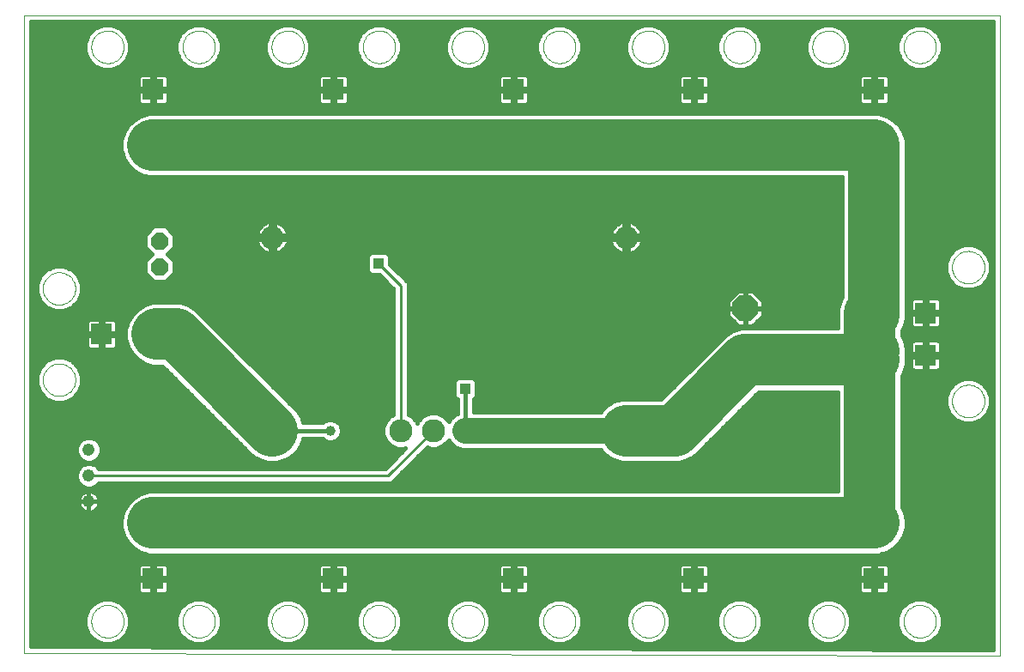
<source format=gtl>
G75*
%MOIN*%
%OFA0B0*%
%FSLAX24Y24*%
%IPPOS*%
%LPD*%
%AMOC8*
5,1,8,0,0,1.08239X$1,22.5*
%
%ADD10C,0.0000*%
%ADD11C,0.1000*%
%ADD12OC8,0.1000*%
%ADD13OC8,0.0660*%
%ADD14R,0.0827X0.0827*%
%ADD15C,0.0900*%
%ADD16C,0.0476*%
%ADD17C,0.0160*%
%ADD18C,0.0100*%
%ADD19R,0.0396X0.0396*%
%ADD20C,0.2000*%
%ADD21C,0.0396*%
%ADD22C,0.1000*%
D10*
X002583Y002708D02*
X002583Y027454D01*
X040453Y027454D01*
X040453Y002583D01*
X002583Y002708D01*
X005181Y003930D02*
X005183Y003980D01*
X005189Y004030D01*
X005199Y004079D01*
X005213Y004127D01*
X005230Y004174D01*
X005251Y004219D01*
X005276Y004263D01*
X005304Y004304D01*
X005336Y004343D01*
X005370Y004380D01*
X005407Y004414D01*
X005447Y004444D01*
X005489Y004471D01*
X005533Y004495D01*
X005579Y004516D01*
X005626Y004532D01*
X005674Y004545D01*
X005724Y004554D01*
X005773Y004559D01*
X005824Y004560D01*
X005874Y004557D01*
X005923Y004550D01*
X005972Y004539D01*
X006020Y004524D01*
X006066Y004506D01*
X006111Y004484D01*
X006154Y004458D01*
X006195Y004429D01*
X006234Y004397D01*
X006270Y004362D01*
X006302Y004324D01*
X006332Y004284D01*
X006359Y004241D01*
X006382Y004197D01*
X006401Y004151D01*
X006417Y004103D01*
X006429Y004054D01*
X006437Y004005D01*
X006441Y003955D01*
X006441Y003905D01*
X006437Y003855D01*
X006429Y003806D01*
X006417Y003757D01*
X006401Y003709D01*
X006382Y003663D01*
X006359Y003619D01*
X006332Y003576D01*
X006302Y003536D01*
X006270Y003498D01*
X006234Y003463D01*
X006195Y003431D01*
X006154Y003402D01*
X006111Y003376D01*
X006066Y003354D01*
X006020Y003336D01*
X005972Y003321D01*
X005923Y003310D01*
X005874Y003303D01*
X005824Y003300D01*
X005773Y003301D01*
X005724Y003306D01*
X005674Y003315D01*
X005626Y003328D01*
X005579Y003344D01*
X005533Y003365D01*
X005489Y003389D01*
X005447Y003416D01*
X005407Y003446D01*
X005370Y003480D01*
X005336Y003517D01*
X005304Y003556D01*
X005276Y003597D01*
X005251Y003641D01*
X005230Y003686D01*
X005213Y003733D01*
X005199Y003781D01*
X005189Y003830D01*
X005183Y003880D01*
X005181Y003930D01*
X008725Y003930D02*
X008727Y003980D01*
X008733Y004030D01*
X008743Y004079D01*
X008757Y004127D01*
X008774Y004174D01*
X008795Y004219D01*
X008820Y004263D01*
X008848Y004304D01*
X008880Y004343D01*
X008914Y004380D01*
X008951Y004414D01*
X008991Y004444D01*
X009033Y004471D01*
X009077Y004495D01*
X009123Y004516D01*
X009170Y004532D01*
X009218Y004545D01*
X009268Y004554D01*
X009317Y004559D01*
X009368Y004560D01*
X009418Y004557D01*
X009467Y004550D01*
X009516Y004539D01*
X009564Y004524D01*
X009610Y004506D01*
X009655Y004484D01*
X009698Y004458D01*
X009739Y004429D01*
X009778Y004397D01*
X009814Y004362D01*
X009846Y004324D01*
X009876Y004284D01*
X009903Y004241D01*
X009926Y004197D01*
X009945Y004151D01*
X009961Y004103D01*
X009973Y004054D01*
X009981Y004005D01*
X009985Y003955D01*
X009985Y003905D01*
X009981Y003855D01*
X009973Y003806D01*
X009961Y003757D01*
X009945Y003709D01*
X009926Y003663D01*
X009903Y003619D01*
X009876Y003576D01*
X009846Y003536D01*
X009814Y003498D01*
X009778Y003463D01*
X009739Y003431D01*
X009698Y003402D01*
X009655Y003376D01*
X009610Y003354D01*
X009564Y003336D01*
X009516Y003321D01*
X009467Y003310D01*
X009418Y003303D01*
X009368Y003300D01*
X009317Y003301D01*
X009268Y003306D01*
X009218Y003315D01*
X009170Y003328D01*
X009123Y003344D01*
X009077Y003365D01*
X009033Y003389D01*
X008991Y003416D01*
X008951Y003446D01*
X008914Y003480D01*
X008880Y003517D01*
X008848Y003556D01*
X008820Y003597D01*
X008795Y003641D01*
X008774Y003686D01*
X008757Y003733D01*
X008743Y003781D01*
X008733Y003830D01*
X008727Y003880D01*
X008725Y003930D01*
X012181Y003930D02*
X012183Y003980D01*
X012189Y004030D01*
X012199Y004079D01*
X012213Y004127D01*
X012230Y004174D01*
X012251Y004219D01*
X012276Y004263D01*
X012304Y004304D01*
X012336Y004343D01*
X012370Y004380D01*
X012407Y004414D01*
X012447Y004444D01*
X012489Y004471D01*
X012533Y004495D01*
X012579Y004516D01*
X012626Y004532D01*
X012674Y004545D01*
X012724Y004554D01*
X012773Y004559D01*
X012824Y004560D01*
X012874Y004557D01*
X012923Y004550D01*
X012972Y004539D01*
X013020Y004524D01*
X013066Y004506D01*
X013111Y004484D01*
X013154Y004458D01*
X013195Y004429D01*
X013234Y004397D01*
X013270Y004362D01*
X013302Y004324D01*
X013332Y004284D01*
X013359Y004241D01*
X013382Y004197D01*
X013401Y004151D01*
X013417Y004103D01*
X013429Y004054D01*
X013437Y004005D01*
X013441Y003955D01*
X013441Y003905D01*
X013437Y003855D01*
X013429Y003806D01*
X013417Y003757D01*
X013401Y003709D01*
X013382Y003663D01*
X013359Y003619D01*
X013332Y003576D01*
X013302Y003536D01*
X013270Y003498D01*
X013234Y003463D01*
X013195Y003431D01*
X013154Y003402D01*
X013111Y003376D01*
X013066Y003354D01*
X013020Y003336D01*
X012972Y003321D01*
X012923Y003310D01*
X012874Y003303D01*
X012824Y003300D01*
X012773Y003301D01*
X012724Y003306D01*
X012674Y003315D01*
X012626Y003328D01*
X012579Y003344D01*
X012533Y003365D01*
X012489Y003389D01*
X012447Y003416D01*
X012407Y003446D01*
X012370Y003480D01*
X012336Y003517D01*
X012304Y003556D01*
X012276Y003597D01*
X012251Y003641D01*
X012230Y003686D01*
X012213Y003733D01*
X012199Y003781D01*
X012189Y003830D01*
X012183Y003880D01*
X012181Y003930D01*
X015725Y003930D02*
X015727Y003980D01*
X015733Y004030D01*
X015743Y004079D01*
X015757Y004127D01*
X015774Y004174D01*
X015795Y004219D01*
X015820Y004263D01*
X015848Y004304D01*
X015880Y004343D01*
X015914Y004380D01*
X015951Y004414D01*
X015991Y004444D01*
X016033Y004471D01*
X016077Y004495D01*
X016123Y004516D01*
X016170Y004532D01*
X016218Y004545D01*
X016268Y004554D01*
X016317Y004559D01*
X016368Y004560D01*
X016418Y004557D01*
X016467Y004550D01*
X016516Y004539D01*
X016564Y004524D01*
X016610Y004506D01*
X016655Y004484D01*
X016698Y004458D01*
X016739Y004429D01*
X016778Y004397D01*
X016814Y004362D01*
X016846Y004324D01*
X016876Y004284D01*
X016903Y004241D01*
X016926Y004197D01*
X016945Y004151D01*
X016961Y004103D01*
X016973Y004054D01*
X016981Y004005D01*
X016985Y003955D01*
X016985Y003905D01*
X016981Y003855D01*
X016973Y003806D01*
X016961Y003757D01*
X016945Y003709D01*
X016926Y003663D01*
X016903Y003619D01*
X016876Y003576D01*
X016846Y003536D01*
X016814Y003498D01*
X016778Y003463D01*
X016739Y003431D01*
X016698Y003402D01*
X016655Y003376D01*
X016610Y003354D01*
X016564Y003336D01*
X016516Y003321D01*
X016467Y003310D01*
X016418Y003303D01*
X016368Y003300D01*
X016317Y003301D01*
X016268Y003306D01*
X016218Y003315D01*
X016170Y003328D01*
X016123Y003344D01*
X016077Y003365D01*
X016033Y003389D01*
X015991Y003416D01*
X015951Y003446D01*
X015914Y003480D01*
X015880Y003517D01*
X015848Y003556D01*
X015820Y003597D01*
X015795Y003641D01*
X015774Y003686D01*
X015757Y003733D01*
X015743Y003781D01*
X015733Y003830D01*
X015727Y003880D01*
X015725Y003930D01*
X019181Y003930D02*
X019183Y003980D01*
X019189Y004030D01*
X019199Y004079D01*
X019213Y004127D01*
X019230Y004174D01*
X019251Y004219D01*
X019276Y004263D01*
X019304Y004304D01*
X019336Y004343D01*
X019370Y004380D01*
X019407Y004414D01*
X019447Y004444D01*
X019489Y004471D01*
X019533Y004495D01*
X019579Y004516D01*
X019626Y004532D01*
X019674Y004545D01*
X019724Y004554D01*
X019773Y004559D01*
X019824Y004560D01*
X019874Y004557D01*
X019923Y004550D01*
X019972Y004539D01*
X020020Y004524D01*
X020066Y004506D01*
X020111Y004484D01*
X020154Y004458D01*
X020195Y004429D01*
X020234Y004397D01*
X020270Y004362D01*
X020302Y004324D01*
X020332Y004284D01*
X020359Y004241D01*
X020382Y004197D01*
X020401Y004151D01*
X020417Y004103D01*
X020429Y004054D01*
X020437Y004005D01*
X020441Y003955D01*
X020441Y003905D01*
X020437Y003855D01*
X020429Y003806D01*
X020417Y003757D01*
X020401Y003709D01*
X020382Y003663D01*
X020359Y003619D01*
X020332Y003576D01*
X020302Y003536D01*
X020270Y003498D01*
X020234Y003463D01*
X020195Y003431D01*
X020154Y003402D01*
X020111Y003376D01*
X020066Y003354D01*
X020020Y003336D01*
X019972Y003321D01*
X019923Y003310D01*
X019874Y003303D01*
X019824Y003300D01*
X019773Y003301D01*
X019724Y003306D01*
X019674Y003315D01*
X019626Y003328D01*
X019579Y003344D01*
X019533Y003365D01*
X019489Y003389D01*
X019447Y003416D01*
X019407Y003446D01*
X019370Y003480D01*
X019336Y003517D01*
X019304Y003556D01*
X019276Y003597D01*
X019251Y003641D01*
X019230Y003686D01*
X019213Y003733D01*
X019199Y003781D01*
X019189Y003830D01*
X019183Y003880D01*
X019181Y003930D01*
X022725Y003930D02*
X022727Y003980D01*
X022733Y004030D01*
X022743Y004079D01*
X022757Y004127D01*
X022774Y004174D01*
X022795Y004219D01*
X022820Y004263D01*
X022848Y004304D01*
X022880Y004343D01*
X022914Y004380D01*
X022951Y004414D01*
X022991Y004444D01*
X023033Y004471D01*
X023077Y004495D01*
X023123Y004516D01*
X023170Y004532D01*
X023218Y004545D01*
X023268Y004554D01*
X023317Y004559D01*
X023368Y004560D01*
X023418Y004557D01*
X023467Y004550D01*
X023516Y004539D01*
X023564Y004524D01*
X023610Y004506D01*
X023655Y004484D01*
X023698Y004458D01*
X023739Y004429D01*
X023778Y004397D01*
X023814Y004362D01*
X023846Y004324D01*
X023876Y004284D01*
X023903Y004241D01*
X023926Y004197D01*
X023945Y004151D01*
X023961Y004103D01*
X023973Y004054D01*
X023981Y004005D01*
X023985Y003955D01*
X023985Y003905D01*
X023981Y003855D01*
X023973Y003806D01*
X023961Y003757D01*
X023945Y003709D01*
X023926Y003663D01*
X023903Y003619D01*
X023876Y003576D01*
X023846Y003536D01*
X023814Y003498D01*
X023778Y003463D01*
X023739Y003431D01*
X023698Y003402D01*
X023655Y003376D01*
X023610Y003354D01*
X023564Y003336D01*
X023516Y003321D01*
X023467Y003310D01*
X023418Y003303D01*
X023368Y003300D01*
X023317Y003301D01*
X023268Y003306D01*
X023218Y003315D01*
X023170Y003328D01*
X023123Y003344D01*
X023077Y003365D01*
X023033Y003389D01*
X022991Y003416D01*
X022951Y003446D01*
X022914Y003480D01*
X022880Y003517D01*
X022848Y003556D01*
X022820Y003597D01*
X022795Y003641D01*
X022774Y003686D01*
X022757Y003733D01*
X022743Y003781D01*
X022733Y003830D01*
X022727Y003880D01*
X022725Y003930D01*
X026181Y003930D02*
X026183Y003980D01*
X026189Y004030D01*
X026199Y004079D01*
X026213Y004127D01*
X026230Y004174D01*
X026251Y004219D01*
X026276Y004263D01*
X026304Y004304D01*
X026336Y004343D01*
X026370Y004380D01*
X026407Y004414D01*
X026447Y004444D01*
X026489Y004471D01*
X026533Y004495D01*
X026579Y004516D01*
X026626Y004532D01*
X026674Y004545D01*
X026724Y004554D01*
X026773Y004559D01*
X026824Y004560D01*
X026874Y004557D01*
X026923Y004550D01*
X026972Y004539D01*
X027020Y004524D01*
X027066Y004506D01*
X027111Y004484D01*
X027154Y004458D01*
X027195Y004429D01*
X027234Y004397D01*
X027270Y004362D01*
X027302Y004324D01*
X027332Y004284D01*
X027359Y004241D01*
X027382Y004197D01*
X027401Y004151D01*
X027417Y004103D01*
X027429Y004054D01*
X027437Y004005D01*
X027441Y003955D01*
X027441Y003905D01*
X027437Y003855D01*
X027429Y003806D01*
X027417Y003757D01*
X027401Y003709D01*
X027382Y003663D01*
X027359Y003619D01*
X027332Y003576D01*
X027302Y003536D01*
X027270Y003498D01*
X027234Y003463D01*
X027195Y003431D01*
X027154Y003402D01*
X027111Y003376D01*
X027066Y003354D01*
X027020Y003336D01*
X026972Y003321D01*
X026923Y003310D01*
X026874Y003303D01*
X026824Y003300D01*
X026773Y003301D01*
X026724Y003306D01*
X026674Y003315D01*
X026626Y003328D01*
X026579Y003344D01*
X026533Y003365D01*
X026489Y003389D01*
X026447Y003416D01*
X026407Y003446D01*
X026370Y003480D01*
X026336Y003517D01*
X026304Y003556D01*
X026276Y003597D01*
X026251Y003641D01*
X026230Y003686D01*
X026213Y003733D01*
X026199Y003781D01*
X026189Y003830D01*
X026183Y003880D01*
X026181Y003930D01*
X029725Y003930D02*
X029727Y003980D01*
X029733Y004030D01*
X029743Y004079D01*
X029757Y004127D01*
X029774Y004174D01*
X029795Y004219D01*
X029820Y004263D01*
X029848Y004304D01*
X029880Y004343D01*
X029914Y004380D01*
X029951Y004414D01*
X029991Y004444D01*
X030033Y004471D01*
X030077Y004495D01*
X030123Y004516D01*
X030170Y004532D01*
X030218Y004545D01*
X030268Y004554D01*
X030317Y004559D01*
X030368Y004560D01*
X030418Y004557D01*
X030467Y004550D01*
X030516Y004539D01*
X030564Y004524D01*
X030610Y004506D01*
X030655Y004484D01*
X030698Y004458D01*
X030739Y004429D01*
X030778Y004397D01*
X030814Y004362D01*
X030846Y004324D01*
X030876Y004284D01*
X030903Y004241D01*
X030926Y004197D01*
X030945Y004151D01*
X030961Y004103D01*
X030973Y004054D01*
X030981Y004005D01*
X030985Y003955D01*
X030985Y003905D01*
X030981Y003855D01*
X030973Y003806D01*
X030961Y003757D01*
X030945Y003709D01*
X030926Y003663D01*
X030903Y003619D01*
X030876Y003576D01*
X030846Y003536D01*
X030814Y003498D01*
X030778Y003463D01*
X030739Y003431D01*
X030698Y003402D01*
X030655Y003376D01*
X030610Y003354D01*
X030564Y003336D01*
X030516Y003321D01*
X030467Y003310D01*
X030418Y003303D01*
X030368Y003300D01*
X030317Y003301D01*
X030268Y003306D01*
X030218Y003315D01*
X030170Y003328D01*
X030123Y003344D01*
X030077Y003365D01*
X030033Y003389D01*
X029991Y003416D01*
X029951Y003446D01*
X029914Y003480D01*
X029880Y003517D01*
X029848Y003556D01*
X029820Y003597D01*
X029795Y003641D01*
X029774Y003686D01*
X029757Y003733D01*
X029743Y003781D01*
X029733Y003830D01*
X029727Y003880D01*
X029725Y003930D01*
X033181Y003930D02*
X033183Y003980D01*
X033189Y004030D01*
X033199Y004079D01*
X033213Y004127D01*
X033230Y004174D01*
X033251Y004219D01*
X033276Y004263D01*
X033304Y004304D01*
X033336Y004343D01*
X033370Y004380D01*
X033407Y004414D01*
X033447Y004444D01*
X033489Y004471D01*
X033533Y004495D01*
X033579Y004516D01*
X033626Y004532D01*
X033674Y004545D01*
X033724Y004554D01*
X033773Y004559D01*
X033824Y004560D01*
X033874Y004557D01*
X033923Y004550D01*
X033972Y004539D01*
X034020Y004524D01*
X034066Y004506D01*
X034111Y004484D01*
X034154Y004458D01*
X034195Y004429D01*
X034234Y004397D01*
X034270Y004362D01*
X034302Y004324D01*
X034332Y004284D01*
X034359Y004241D01*
X034382Y004197D01*
X034401Y004151D01*
X034417Y004103D01*
X034429Y004054D01*
X034437Y004005D01*
X034441Y003955D01*
X034441Y003905D01*
X034437Y003855D01*
X034429Y003806D01*
X034417Y003757D01*
X034401Y003709D01*
X034382Y003663D01*
X034359Y003619D01*
X034332Y003576D01*
X034302Y003536D01*
X034270Y003498D01*
X034234Y003463D01*
X034195Y003431D01*
X034154Y003402D01*
X034111Y003376D01*
X034066Y003354D01*
X034020Y003336D01*
X033972Y003321D01*
X033923Y003310D01*
X033874Y003303D01*
X033824Y003300D01*
X033773Y003301D01*
X033724Y003306D01*
X033674Y003315D01*
X033626Y003328D01*
X033579Y003344D01*
X033533Y003365D01*
X033489Y003389D01*
X033447Y003416D01*
X033407Y003446D01*
X033370Y003480D01*
X033336Y003517D01*
X033304Y003556D01*
X033276Y003597D01*
X033251Y003641D01*
X033230Y003686D01*
X033213Y003733D01*
X033199Y003781D01*
X033189Y003830D01*
X033183Y003880D01*
X033181Y003930D01*
X036725Y003930D02*
X036727Y003980D01*
X036733Y004030D01*
X036743Y004079D01*
X036757Y004127D01*
X036774Y004174D01*
X036795Y004219D01*
X036820Y004263D01*
X036848Y004304D01*
X036880Y004343D01*
X036914Y004380D01*
X036951Y004414D01*
X036991Y004444D01*
X037033Y004471D01*
X037077Y004495D01*
X037123Y004516D01*
X037170Y004532D01*
X037218Y004545D01*
X037268Y004554D01*
X037317Y004559D01*
X037368Y004560D01*
X037418Y004557D01*
X037467Y004550D01*
X037516Y004539D01*
X037564Y004524D01*
X037610Y004506D01*
X037655Y004484D01*
X037698Y004458D01*
X037739Y004429D01*
X037778Y004397D01*
X037814Y004362D01*
X037846Y004324D01*
X037876Y004284D01*
X037903Y004241D01*
X037926Y004197D01*
X037945Y004151D01*
X037961Y004103D01*
X037973Y004054D01*
X037981Y004005D01*
X037985Y003955D01*
X037985Y003905D01*
X037981Y003855D01*
X037973Y003806D01*
X037961Y003757D01*
X037945Y003709D01*
X037926Y003663D01*
X037903Y003619D01*
X037876Y003576D01*
X037846Y003536D01*
X037814Y003498D01*
X037778Y003463D01*
X037739Y003431D01*
X037698Y003402D01*
X037655Y003376D01*
X037610Y003354D01*
X037564Y003336D01*
X037516Y003321D01*
X037467Y003310D01*
X037418Y003303D01*
X037368Y003300D01*
X037317Y003301D01*
X037268Y003306D01*
X037218Y003315D01*
X037170Y003328D01*
X037123Y003344D01*
X037077Y003365D01*
X037033Y003389D01*
X036991Y003416D01*
X036951Y003446D01*
X036914Y003480D01*
X036880Y003517D01*
X036848Y003556D01*
X036820Y003597D01*
X036795Y003641D01*
X036774Y003686D01*
X036757Y003733D01*
X036743Y003781D01*
X036733Y003830D01*
X036727Y003880D01*
X036725Y003930D01*
X038607Y012485D02*
X038609Y012535D01*
X038615Y012585D01*
X038625Y012634D01*
X038639Y012682D01*
X038656Y012729D01*
X038677Y012774D01*
X038702Y012818D01*
X038730Y012859D01*
X038762Y012898D01*
X038796Y012935D01*
X038833Y012969D01*
X038873Y012999D01*
X038915Y013026D01*
X038959Y013050D01*
X039005Y013071D01*
X039052Y013087D01*
X039100Y013100D01*
X039150Y013109D01*
X039199Y013114D01*
X039250Y013115D01*
X039300Y013112D01*
X039349Y013105D01*
X039398Y013094D01*
X039446Y013079D01*
X039492Y013061D01*
X039537Y013039D01*
X039580Y013013D01*
X039621Y012984D01*
X039660Y012952D01*
X039696Y012917D01*
X039728Y012879D01*
X039758Y012839D01*
X039785Y012796D01*
X039808Y012752D01*
X039827Y012706D01*
X039843Y012658D01*
X039855Y012609D01*
X039863Y012560D01*
X039867Y012510D01*
X039867Y012460D01*
X039863Y012410D01*
X039855Y012361D01*
X039843Y012312D01*
X039827Y012264D01*
X039808Y012218D01*
X039785Y012174D01*
X039758Y012131D01*
X039728Y012091D01*
X039696Y012053D01*
X039660Y012018D01*
X039621Y011986D01*
X039580Y011957D01*
X039537Y011931D01*
X039492Y011909D01*
X039446Y011891D01*
X039398Y011876D01*
X039349Y011865D01*
X039300Y011858D01*
X039250Y011855D01*
X039199Y011856D01*
X039150Y011861D01*
X039100Y011870D01*
X039052Y011883D01*
X039005Y011899D01*
X038959Y011920D01*
X038915Y011944D01*
X038873Y011971D01*
X038833Y012001D01*
X038796Y012035D01*
X038762Y012072D01*
X038730Y012111D01*
X038702Y012152D01*
X038677Y012196D01*
X038656Y012241D01*
X038639Y012288D01*
X038625Y012336D01*
X038615Y012385D01*
X038609Y012435D01*
X038607Y012485D01*
X038607Y017681D02*
X038609Y017731D01*
X038615Y017781D01*
X038625Y017830D01*
X038639Y017878D01*
X038656Y017925D01*
X038677Y017970D01*
X038702Y018014D01*
X038730Y018055D01*
X038762Y018094D01*
X038796Y018131D01*
X038833Y018165D01*
X038873Y018195D01*
X038915Y018222D01*
X038959Y018246D01*
X039005Y018267D01*
X039052Y018283D01*
X039100Y018296D01*
X039150Y018305D01*
X039199Y018310D01*
X039250Y018311D01*
X039300Y018308D01*
X039349Y018301D01*
X039398Y018290D01*
X039446Y018275D01*
X039492Y018257D01*
X039537Y018235D01*
X039580Y018209D01*
X039621Y018180D01*
X039660Y018148D01*
X039696Y018113D01*
X039728Y018075D01*
X039758Y018035D01*
X039785Y017992D01*
X039808Y017948D01*
X039827Y017902D01*
X039843Y017854D01*
X039855Y017805D01*
X039863Y017756D01*
X039867Y017706D01*
X039867Y017656D01*
X039863Y017606D01*
X039855Y017557D01*
X039843Y017508D01*
X039827Y017460D01*
X039808Y017414D01*
X039785Y017370D01*
X039758Y017327D01*
X039728Y017287D01*
X039696Y017249D01*
X039660Y017214D01*
X039621Y017182D01*
X039580Y017153D01*
X039537Y017127D01*
X039492Y017105D01*
X039446Y017087D01*
X039398Y017072D01*
X039349Y017061D01*
X039300Y017054D01*
X039250Y017051D01*
X039199Y017052D01*
X039150Y017057D01*
X039100Y017066D01*
X039052Y017079D01*
X039005Y017095D01*
X038959Y017116D01*
X038915Y017140D01*
X038873Y017167D01*
X038833Y017197D01*
X038796Y017231D01*
X038762Y017268D01*
X038730Y017307D01*
X038702Y017348D01*
X038677Y017392D01*
X038656Y017437D01*
X038639Y017484D01*
X038625Y017532D01*
X038615Y017581D01*
X038609Y017631D01*
X038607Y017681D01*
X036725Y026237D02*
X036727Y026287D01*
X036733Y026337D01*
X036743Y026386D01*
X036757Y026434D01*
X036774Y026481D01*
X036795Y026526D01*
X036820Y026570D01*
X036848Y026611D01*
X036880Y026650D01*
X036914Y026687D01*
X036951Y026721D01*
X036991Y026751D01*
X037033Y026778D01*
X037077Y026802D01*
X037123Y026823D01*
X037170Y026839D01*
X037218Y026852D01*
X037268Y026861D01*
X037317Y026866D01*
X037368Y026867D01*
X037418Y026864D01*
X037467Y026857D01*
X037516Y026846D01*
X037564Y026831D01*
X037610Y026813D01*
X037655Y026791D01*
X037698Y026765D01*
X037739Y026736D01*
X037778Y026704D01*
X037814Y026669D01*
X037846Y026631D01*
X037876Y026591D01*
X037903Y026548D01*
X037926Y026504D01*
X037945Y026458D01*
X037961Y026410D01*
X037973Y026361D01*
X037981Y026312D01*
X037985Y026262D01*
X037985Y026212D01*
X037981Y026162D01*
X037973Y026113D01*
X037961Y026064D01*
X037945Y026016D01*
X037926Y025970D01*
X037903Y025926D01*
X037876Y025883D01*
X037846Y025843D01*
X037814Y025805D01*
X037778Y025770D01*
X037739Y025738D01*
X037698Y025709D01*
X037655Y025683D01*
X037610Y025661D01*
X037564Y025643D01*
X037516Y025628D01*
X037467Y025617D01*
X037418Y025610D01*
X037368Y025607D01*
X037317Y025608D01*
X037268Y025613D01*
X037218Y025622D01*
X037170Y025635D01*
X037123Y025651D01*
X037077Y025672D01*
X037033Y025696D01*
X036991Y025723D01*
X036951Y025753D01*
X036914Y025787D01*
X036880Y025824D01*
X036848Y025863D01*
X036820Y025904D01*
X036795Y025948D01*
X036774Y025993D01*
X036757Y026040D01*
X036743Y026088D01*
X036733Y026137D01*
X036727Y026187D01*
X036725Y026237D01*
X033181Y026237D02*
X033183Y026287D01*
X033189Y026337D01*
X033199Y026386D01*
X033213Y026434D01*
X033230Y026481D01*
X033251Y026526D01*
X033276Y026570D01*
X033304Y026611D01*
X033336Y026650D01*
X033370Y026687D01*
X033407Y026721D01*
X033447Y026751D01*
X033489Y026778D01*
X033533Y026802D01*
X033579Y026823D01*
X033626Y026839D01*
X033674Y026852D01*
X033724Y026861D01*
X033773Y026866D01*
X033824Y026867D01*
X033874Y026864D01*
X033923Y026857D01*
X033972Y026846D01*
X034020Y026831D01*
X034066Y026813D01*
X034111Y026791D01*
X034154Y026765D01*
X034195Y026736D01*
X034234Y026704D01*
X034270Y026669D01*
X034302Y026631D01*
X034332Y026591D01*
X034359Y026548D01*
X034382Y026504D01*
X034401Y026458D01*
X034417Y026410D01*
X034429Y026361D01*
X034437Y026312D01*
X034441Y026262D01*
X034441Y026212D01*
X034437Y026162D01*
X034429Y026113D01*
X034417Y026064D01*
X034401Y026016D01*
X034382Y025970D01*
X034359Y025926D01*
X034332Y025883D01*
X034302Y025843D01*
X034270Y025805D01*
X034234Y025770D01*
X034195Y025738D01*
X034154Y025709D01*
X034111Y025683D01*
X034066Y025661D01*
X034020Y025643D01*
X033972Y025628D01*
X033923Y025617D01*
X033874Y025610D01*
X033824Y025607D01*
X033773Y025608D01*
X033724Y025613D01*
X033674Y025622D01*
X033626Y025635D01*
X033579Y025651D01*
X033533Y025672D01*
X033489Y025696D01*
X033447Y025723D01*
X033407Y025753D01*
X033370Y025787D01*
X033336Y025824D01*
X033304Y025863D01*
X033276Y025904D01*
X033251Y025948D01*
X033230Y025993D01*
X033213Y026040D01*
X033199Y026088D01*
X033189Y026137D01*
X033183Y026187D01*
X033181Y026237D01*
X029725Y026237D02*
X029727Y026287D01*
X029733Y026337D01*
X029743Y026386D01*
X029757Y026434D01*
X029774Y026481D01*
X029795Y026526D01*
X029820Y026570D01*
X029848Y026611D01*
X029880Y026650D01*
X029914Y026687D01*
X029951Y026721D01*
X029991Y026751D01*
X030033Y026778D01*
X030077Y026802D01*
X030123Y026823D01*
X030170Y026839D01*
X030218Y026852D01*
X030268Y026861D01*
X030317Y026866D01*
X030368Y026867D01*
X030418Y026864D01*
X030467Y026857D01*
X030516Y026846D01*
X030564Y026831D01*
X030610Y026813D01*
X030655Y026791D01*
X030698Y026765D01*
X030739Y026736D01*
X030778Y026704D01*
X030814Y026669D01*
X030846Y026631D01*
X030876Y026591D01*
X030903Y026548D01*
X030926Y026504D01*
X030945Y026458D01*
X030961Y026410D01*
X030973Y026361D01*
X030981Y026312D01*
X030985Y026262D01*
X030985Y026212D01*
X030981Y026162D01*
X030973Y026113D01*
X030961Y026064D01*
X030945Y026016D01*
X030926Y025970D01*
X030903Y025926D01*
X030876Y025883D01*
X030846Y025843D01*
X030814Y025805D01*
X030778Y025770D01*
X030739Y025738D01*
X030698Y025709D01*
X030655Y025683D01*
X030610Y025661D01*
X030564Y025643D01*
X030516Y025628D01*
X030467Y025617D01*
X030418Y025610D01*
X030368Y025607D01*
X030317Y025608D01*
X030268Y025613D01*
X030218Y025622D01*
X030170Y025635D01*
X030123Y025651D01*
X030077Y025672D01*
X030033Y025696D01*
X029991Y025723D01*
X029951Y025753D01*
X029914Y025787D01*
X029880Y025824D01*
X029848Y025863D01*
X029820Y025904D01*
X029795Y025948D01*
X029774Y025993D01*
X029757Y026040D01*
X029743Y026088D01*
X029733Y026137D01*
X029727Y026187D01*
X029725Y026237D01*
X026181Y026237D02*
X026183Y026287D01*
X026189Y026337D01*
X026199Y026386D01*
X026213Y026434D01*
X026230Y026481D01*
X026251Y026526D01*
X026276Y026570D01*
X026304Y026611D01*
X026336Y026650D01*
X026370Y026687D01*
X026407Y026721D01*
X026447Y026751D01*
X026489Y026778D01*
X026533Y026802D01*
X026579Y026823D01*
X026626Y026839D01*
X026674Y026852D01*
X026724Y026861D01*
X026773Y026866D01*
X026824Y026867D01*
X026874Y026864D01*
X026923Y026857D01*
X026972Y026846D01*
X027020Y026831D01*
X027066Y026813D01*
X027111Y026791D01*
X027154Y026765D01*
X027195Y026736D01*
X027234Y026704D01*
X027270Y026669D01*
X027302Y026631D01*
X027332Y026591D01*
X027359Y026548D01*
X027382Y026504D01*
X027401Y026458D01*
X027417Y026410D01*
X027429Y026361D01*
X027437Y026312D01*
X027441Y026262D01*
X027441Y026212D01*
X027437Y026162D01*
X027429Y026113D01*
X027417Y026064D01*
X027401Y026016D01*
X027382Y025970D01*
X027359Y025926D01*
X027332Y025883D01*
X027302Y025843D01*
X027270Y025805D01*
X027234Y025770D01*
X027195Y025738D01*
X027154Y025709D01*
X027111Y025683D01*
X027066Y025661D01*
X027020Y025643D01*
X026972Y025628D01*
X026923Y025617D01*
X026874Y025610D01*
X026824Y025607D01*
X026773Y025608D01*
X026724Y025613D01*
X026674Y025622D01*
X026626Y025635D01*
X026579Y025651D01*
X026533Y025672D01*
X026489Y025696D01*
X026447Y025723D01*
X026407Y025753D01*
X026370Y025787D01*
X026336Y025824D01*
X026304Y025863D01*
X026276Y025904D01*
X026251Y025948D01*
X026230Y025993D01*
X026213Y026040D01*
X026199Y026088D01*
X026189Y026137D01*
X026183Y026187D01*
X026181Y026237D01*
X022725Y026237D02*
X022727Y026287D01*
X022733Y026337D01*
X022743Y026386D01*
X022757Y026434D01*
X022774Y026481D01*
X022795Y026526D01*
X022820Y026570D01*
X022848Y026611D01*
X022880Y026650D01*
X022914Y026687D01*
X022951Y026721D01*
X022991Y026751D01*
X023033Y026778D01*
X023077Y026802D01*
X023123Y026823D01*
X023170Y026839D01*
X023218Y026852D01*
X023268Y026861D01*
X023317Y026866D01*
X023368Y026867D01*
X023418Y026864D01*
X023467Y026857D01*
X023516Y026846D01*
X023564Y026831D01*
X023610Y026813D01*
X023655Y026791D01*
X023698Y026765D01*
X023739Y026736D01*
X023778Y026704D01*
X023814Y026669D01*
X023846Y026631D01*
X023876Y026591D01*
X023903Y026548D01*
X023926Y026504D01*
X023945Y026458D01*
X023961Y026410D01*
X023973Y026361D01*
X023981Y026312D01*
X023985Y026262D01*
X023985Y026212D01*
X023981Y026162D01*
X023973Y026113D01*
X023961Y026064D01*
X023945Y026016D01*
X023926Y025970D01*
X023903Y025926D01*
X023876Y025883D01*
X023846Y025843D01*
X023814Y025805D01*
X023778Y025770D01*
X023739Y025738D01*
X023698Y025709D01*
X023655Y025683D01*
X023610Y025661D01*
X023564Y025643D01*
X023516Y025628D01*
X023467Y025617D01*
X023418Y025610D01*
X023368Y025607D01*
X023317Y025608D01*
X023268Y025613D01*
X023218Y025622D01*
X023170Y025635D01*
X023123Y025651D01*
X023077Y025672D01*
X023033Y025696D01*
X022991Y025723D01*
X022951Y025753D01*
X022914Y025787D01*
X022880Y025824D01*
X022848Y025863D01*
X022820Y025904D01*
X022795Y025948D01*
X022774Y025993D01*
X022757Y026040D01*
X022743Y026088D01*
X022733Y026137D01*
X022727Y026187D01*
X022725Y026237D01*
X019181Y026237D02*
X019183Y026287D01*
X019189Y026337D01*
X019199Y026386D01*
X019213Y026434D01*
X019230Y026481D01*
X019251Y026526D01*
X019276Y026570D01*
X019304Y026611D01*
X019336Y026650D01*
X019370Y026687D01*
X019407Y026721D01*
X019447Y026751D01*
X019489Y026778D01*
X019533Y026802D01*
X019579Y026823D01*
X019626Y026839D01*
X019674Y026852D01*
X019724Y026861D01*
X019773Y026866D01*
X019824Y026867D01*
X019874Y026864D01*
X019923Y026857D01*
X019972Y026846D01*
X020020Y026831D01*
X020066Y026813D01*
X020111Y026791D01*
X020154Y026765D01*
X020195Y026736D01*
X020234Y026704D01*
X020270Y026669D01*
X020302Y026631D01*
X020332Y026591D01*
X020359Y026548D01*
X020382Y026504D01*
X020401Y026458D01*
X020417Y026410D01*
X020429Y026361D01*
X020437Y026312D01*
X020441Y026262D01*
X020441Y026212D01*
X020437Y026162D01*
X020429Y026113D01*
X020417Y026064D01*
X020401Y026016D01*
X020382Y025970D01*
X020359Y025926D01*
X020332Y025883D01*
X020302Y025843D01*
X020270Y025805D01*
X020234Y025770D01*
X020195Y025738D01*
X020154Y025709D01*
X020111Y025683D01*
X020066Y025661D01*
X020020Y025643D01*
X019972Y025628D01*
X019923Y025617D01*
X019874Y025610D01*
X019824Y025607D01*
X019773Y025608D01*
X019724Y025613D01*
X019674Y025622D01*
X019626Y025635D01*
X019579Y025651D01*
X019533Y025672D01*
X019489Y025696D01*
X019447Y025723D01*
X019407Y025753D01*
X019370Y025787D01*
X019336Y025824D01*
X019304Y025863D01*
X019276Y025904D01*
X019251Y025948D01*
X019230Y025993D01*
X019213Y026040D01*
X019199Y026088D01*
X019189Y026137D01*
X019183Y026187D01*
X019181Y026237D01*
X015725Y026237D02*
X015727Y026287D01*
X015733Y026337D01*
X015743Y026386D01*
X015757Y026434D01*
X015774Y026481D01*
X015795Y026526D01*
X015820Y026570D01*
X015848Y026611D01*
X015880Y026650D01*
X015914Y026687D01*
X015951Y026721D01*
X015991Y026751D01*
X016033Y026778D01*
X016077Y026802D01*
X016123Y026823D01*
X016170Y026839D01*
X016218Y026852D01*
X016268Y026861D01*
X016317Y026866D01*
X016368Y026867D01*
X016418Y026864D01*
X016467Y026857D01*
X016516Y026846D01*
X016564Y026831D01*
X016610Y026813D01*
X016655Y026791D01*
X016698Y026765D01*
X016739Y026736D01*
X016778Y026704D01*
X016814Y026669D01*
X016846Y026631D01*
X016876Y026591D01*
X016903Y026548D01*
X016926Y026504D01*
X016945Y026458D01*
X016961Y026410D01*
X016973Y026361D01*
X016981Y026312D01*
X016985Y026262D01*
X016985Y026212D01*
X016981Y026162D01*
X016973Y026113D01*
X016961Y026064D01*
X016945Y026016D01*
X016926Y025970D01*
X016903Y025926D01*
X016876Y025883D01*
X016846Y025843D01*
X016814Y025805D01*
X016778Y025770D01*
X016739Y025738D01*
X016698Y025709D01*
X016655Y025683D01*
X016610Y025661D01*
X016564Y025643D01*
X016516Y025628D01*
X016467Y025617D01*
X016418Y025610D01*
X016368Y025607D01*
X016317Y025608D01*
X016268Y025613D01*
X016218Y025622D01*
X016170Y025635D01*
X016123Y025651D01*
X016077Y025672D01*
X016033Y025696D01*
X015991Y025723D01*
X015951Y025753D01*
X015914Y025787D01*
X015880Y025824D01*
X015848Y025863D01*
X015820Y025904D01*
X015795Y025948D01*
X015774Y025993D01*
X015757Y026040D01*
X015743Y026088D01*
X015733Y026137D01*
X015727Y026187D01*
X015725Y026237D01*
X012181Y026237D02*
X012183Y026287D01*
X012189Y026337D01*
X012199Y026386D01*
X012213Y026434D01*
X012230Y026481D01*
X012251Y026526D01*
X012276Y026570D01*
X012304Y026611D01*
X012336Y026650D01*
X012370Y026687D01*
X012407Y026721D01*
X012447Y026751D01*
X012489Y026778D01*
X012533Y026802D01*
X012579Y026823D01*
X012626Y026839D01*
X012674Y026852D01*
X012724Y026861D01*
X012773Y026866D01*
X012824Y026867D01*
X012874Y026864D01*
X012923Y026857D01*
X012972Y026846D01*
X013020Y026831D01*
X013066Y026813D01*
X013111Y026791D01*
X013154Y026765D01*
X013195Y026736D01*
X013234Y026704D01*
X013270Y026669D01*
X013302Y026631D01*
X013332Y026591D01*
X013359Y026548D01*
X013382Y026504D01*
X013401Y026458D01*
X013417Y026410D01*
X013429Y026361D01*
X013437Y026312D01*
X013441Y026262D01*
X013441Y026212D01*
X013437Y026162D01*
X013429Y026113D01*
X013417Y026064D01*
X013401Y026016D01*
X013382Y025970D01*
X013359Y025926D01*
X013332Y025883D01*
X013302Y025843D01*
X013270Y025805D01*
X013234Y025770D01*
X013195Y025738D01*
X013154Y025709D01*
X013111Y025683D01*
X013066Y025661D01*
X013020Y025643D01*
X012972Y025628D01*
X012923Y025617D01*
X012874Y025610D01*
X012824Y025607D01*
X012773Y025608D01*
X012724Y025613D01*
X012674Y025622D01*
X012626Y025635D01*
X012579Y025651D01*
X012533Y025672D01*
X012489Y025696D01*
X012447Y025723D01*
X012407Y025753D01*
X012370Y025787D01*
X012336Y025824D01*
X012304Y025863D01*
X012276Y025904D01*
X012251Y025948D01*
X012230Y025993D01*
X012213Y026040D01*
X012199Y026088D01*
X012189Y026137D01*
X012183Y026187D01*
X012181Y026237D01*
X008725Y026237D02*
X008727Y026287D01*
X008733Y026337D01*
X008743Y026386D01*
X008757Y026434D01*
X008774Y026481D01*
X008795Y026526D01*
X008820Y026570D01*
X008848Y026611D01*
X008880Y026650D01*
X008914Y026687D01*
X008951Y026721D01*
X008991Y026751D01*
X009033Y026778D01*
X009077Y026802D01*
X009123Y026823D01*
X009170Y026839D01*
X009218Y026852D01*
X009268Y026861D01*
X009317Y026866D01*
X009368Y026867D01*
X009418Y026864D01*
X009467Y026857D01*
X009516Y026846D01*
X009564Y026831D01*
X009610Y026813D01*
X009655Y026791D01*
X009698Y026765D01*
X009739Y026736D01*
X009778Y026704D01*
X009814Y026669D01*
X009846Y026631D01*
X009876Y026591D01*
X009903Y026548D01*
X009926Y026504D01*
X009945Y026458D01*
X009961Y026410D01*
X009973Y026361D01*
X009981Y026312D01*
X009985Y026262D01*
X009985Y026212D01*
X009981Y026162D01*
X009973Y026113D01*
X009961Y026064D01*
X009945Y026016D01*
X009926Y025970D01*
X009903Y025926D01*
X009876Y025883D01*
X009846Y025843D01*
X009814Y025805D01*
X009778Y025770D01*
X009739Y025738D01*
X009698Y025709D01*
X009655Y025683D01*
X009610Y025661D01*
X009564Y025643D01*
X009516Y025628D01*
X009467Y025617D01*
X009418Y025610D01*
X009368Y025607D01*
X009317Y025608D01*
X009268Y025613D01*
X009218Y025622D01*
X009170Y025635D01*
X009123Y025651D01*
X009077Y025672D01*
X009033Y025696D01*
X008991Y025723D01*
X008951Y025753D01*
X008914Y025787D01*
X008880Y025824D01*
X008848Y025863D01*
X008820Y025904D01*
X008795Y025948D01*
X008774Y025993D01*
X008757Y026040D01*
X008743Y026088D01*
X008733Y026137D01*
X008727Y026187D01*
X008725Y026237D01*
X005181Y026237D02*
X005183Y026287D01*
X005189Y026337D01*
X005199Y026386D01*
X005213Y026434D01*
X005230Y026481D01*
X005251Y026526D01*
X005276Y026570D01*
X005304Y026611D01*
X005336Y026650D01*
X005370Y026687D01*
X005407Y026721D01*
X005447Y026751D01*
X005489Y026778D01*
X005533Y026802D01*
X005579Y026823D01*
X005626Y026839D01*
X005674Y026852D01*
X005724Y026861D01*
X005773Y026866D01*
X005824Y026867D01*
X005874Y026864D01*
X005923Y026857D01*
X005972Y026846D01*
X006020Y026831D01*
X006066Y026813D01*
X006111Y026791D01*
X006154Y026765D01*
X006195Y026736D01*
X006234Y026704D01*
X006270Y026669D01*
X006302Y026631D01*
X006332Y026591D01*
X006359Y026548D01*
X006382Y026504D01*
X006401Y026458D01*
X006417Y026410D01*
X006429Y026361D01*
X006437Y026312D01*
X006441Y026262D01*
X006441Y026212D01*
X006437Y026162D01*
X006429Y026113D01*
X006417Y026064D01*
X006401Y026016D01*
X006382Y025970D01*
X006359Y025926D01*
X006332Y025883D01*
X006302Y025843D01*
X006270Y025805D01*
X006234Y025770D01*
X006195Y025738D01*
X006154Y025709D01*
X006111Y025683D01*
X006066Y025661D01*
X006020Y025643D01*
X005972Y025628D01*
X005923Y025617D01*
X005874Y025610D01*
X005824Y025607D01*
X005773Y025608D01*
X005724Y025613D01*
X005674Y025622D01*
X005626Y025635D01*
X005579Y025651D01*
X005533Y025672D01*
X005489Y025696D01*
X005447Y025723D01*
X005407Y025753D01*
X005370Y025787D01*
X005336Y025824D01*
X005304Y025863D01*
X005276Y025904D01*
X005251Y025948D01*
X005230Y025993D01*
X005213Y026040D01*
X005199Y026088D01*
X005189Y026137D01*
X005183Y026187D01*
X005181Y026237D01*
X003300Y016855D02*
X003302Y016905D01*
X003308Y016955D01*
X003318Y017004D01*
X003332Y017052D01*
X003349Y017099D01*
X003370Y017144D01*
X003395Y017188D01*
X003423Y017229D01*
X003455Y017268D01*
X003489Y017305D01*
X003526Y017339D01*
X003566Y017369D01*
X003608Y017396D01*
X003652Y017420D01*
X003698Y017441D01*
X003745Y017457D01*
X003793Y017470D01*
X003843Y017479D01*
X003892Y017484D01*
X003943Y017485D01*
X003993Y017482D01*
X004042Y017475D01*
X004091Y017464D01*
X004139Y017449D01*
X004185Y017431D01*
X004230Y017409D01*
X004273Y017383D01*
X004314Y017354D01*
X004353Y017322D01*
X004389Y017287D01*
X004421Y017249D01*
X004451Y017209D01*
X004478Y017166D01*
X004501Y017122D01*
X004520Y017076D01*
X004536Y017028D01*
X004548Y016979D01*
X004556Y016930D01*
X004560Y016880D01*
X004560Y016830D01*
X004556Y016780D01*
X004548Y016731D01*
X004536Y016682D01*
X004520Y016634D01*
X004501Y016588D01*
X004478Y016544D01*
X004451Y016501D01*
X004421Y016461D01*
X004389Y016423D01*
X004353Y016388D01*
X004314Y016356D01*
X004273Y016327D01*
X004230Y016301D01*
X004185Y016279D01*
X004139Y016261D01*
X004091Y016246D01*
X004042Y016235D01*
X003993Y016228D01*
X003943Y016225D01*
X003892Y016226D01*
X003843Y016231D01*
X003793Y016240D01*
X003745Y016253D01*
X003698Y016269D01*
X003652Y016290D01*
X003608Y016314D01*
X003566Y016341D01*
X003526Y016371D01*
X003489Y016405D01*
X003455Y016442D01*
X003423Y016481D01*
X003395Y016522D01*
X003370Y016566D01*
X003349Y016611D01*
X003332Y016658D01*
X003318Y016706D01*
X003308Y016755D01*
X003302Y016805D01*
X003300Y016855D01*
X003300Y013311D02*
X003302Y013361D01*
X003308Y013411D01*
X003318Y013460D01*
X003332Y013508D01*
X003349Y013555D01*
X003370Y013600D01*
X003395Y013644D01*
X003423Y013685D01*
X003455Y013724D01*
X003489Y013761D01*
X003526Y013795D01*
X003566Y013825D01*
X003608Y013852D01*
X003652Y013876D01*
X003698Y013897D01*
X003745Y013913D01*
X003793Y013926D01*
X003843Y013935D01*
X003892Y013940D01*
X003943Y013941D01*
X003993Y013938D01*
X004042Y013931D01*
X004091Y013920D01*
X004139Y013905D01*
X004185Y013887D01*
X004230Y013865D01*
X004273Y013839D01*
X004314Y013810D01*
X004353Y013778D01*
X004389Y013743D01*
X004421Y013705D01*
X004451Y013665D01*
X004478Y013622D01*
X004501Y013578D01*
X004520Y013532D01*
X004536Y013484D01*
X004548Y013435D01*
X004556Y013386D01*
X004560Y013336D01*
X004560Y013286D01*
X004556Y013236D01*
X004548Y013187D01*
X004536Y013138D01*
X004520Y013090D01*
X004501Y013044D01*
X004478Y013000D01*
X004451Y012957D01*
X004421Y012917D01*
X004389Y012879D01*
X004353Y012844D01*
X004314Y012812D01*
X004273Y012783D01*
X004230Y012757D01*
X004185Y012735D01*
X004139Y012717D01*
X004091Y012702D01*
X004042Y012691D01*
X003993Y012684D01*
X003943Y012681D01*
X003892Y012682D01*
X003843Y012687D01*
X003793Y012696D01*
X003745Y012709D01*
X003698Y012725D01*
X003652Y012746D01*
X003608Y012770D01*
X003566Y012797D01*
X003526Y012827D01*
X003489Y012861D01*
X003455Y012898D01*
X003423Y012937D01*
X003395Y012978D01*
X003370Y013022D01*
X003349Y013067D01*
X003332Y013114D01*
X003318Y013162D01*
X003308Y013211D01*
X003302Y013261D01*
X003300Y013311D01*
D11*
X030583Y014083D03*
D12*
X030583Y016083D03*
D13*
X007833Y017708D03*
X007833Y018708D03*
D14*
X007748Y015083D03*
X005583Y015083D03*
X007583Y007748D03*
X007583Y005583D03*
X014583Y005583D03*
X014583Y007748D03*
X021583Y007748D03*
X021583Y005583D03*
X028583Y005583D03*
X028583Y007748D03*
X035583Y007748D03*
X035583Y005583D03*
X035418Y014256D03*
X035418Y015910D03*
X037583Y015910D03*
X037583Y014256D03*
X035583Y022418D03*
X035583Y024583D03*
X028583Y024583D03*
X028583Y022418D03*
X021583Y022418D03*
X021583Y024583D03*
X014583Y024583D03*
X014583Y022418D03*
X007583Y022418D03*
X007583Y024583D03*
D15*
X012208Y018833D03*
X012208Y011333D03*
X017208Y011333D03*
X018458Y011333D03*
X019708Y011333D03*
X025958Y011333D03*
X025958Y018833D03*
D16*
X005083Y010583D03*
X005083Y009583D03*
X005083Y008583D03*
D17*
X004665Y008583D01*
X004665Y008550D01*
X004676Y008485D01*
X004696Y008423D01*
X004726Y008364D01*
X004764Y008311D01*
X004811Y008264D01*
X004864Y008226D01*
X004923Y008196D01*
X004985Y008176D01*
X005050Y008165D01*
X005083Y008165D01*
X005083Y008583D01*
X005083Y008583D01*
X005083Y008583D01*
X004665Y008583D01*
X004665Y008616D01*
X004676Y008681D01*
X004696Y008743D01*
X004726Y008802D01*
X004764Y008855D01*
X004811Y008902D01*
X004864Y008940D01*
X004923Y008970D01*
X004985Y008991D01*
X005050Y009001D01*
X005083Y009001D01*
X005083Y008583D01*
X005083Y008165D01*
X005116Y008165D01*
X005181Y008176D01*
X005243Y008196D01*
X005302Y008226D01*
X005355Y008264D01*
X005402Y008311D01*
X005440Y008364D01*
X005470Y008423D01*
X005491Y008485D01*
X005501Y008550D01*
X005501Y008583D01*
X005083Y008583D01*
X005083Y008583D01*
X005083Y008583D01*
X005083Y009001D01*
X005116Y009001D01*
X005181Y008991D01*
X005243Y008970D01*
X005302Y008940D01*
X005355Y008902D01*
X005402Y008855D01*
X005440Y008802D01*
X005470Y008743D01*
X005491Y008681D01*
X005501Y008616D01*
X005501Y008583D01*
X005083Y008583D01*
X005083Y008606D02*
X005083Y008606D01*
X005083Y008448D02*
X005083Y008448D01*
X005083Y008289D02*
X005083Y008289D01*
X004786Y008289D02*
X002823Y008289D01*
X002823Y008131D02*
X006402Y008131D01*
X006428Y008227D02*
X006343Y007912D01*
X006343Y007585D01*
X006428Y007270D01*
X006591Y006987D01*
X006822Y006756D01*
X007104Y006593D01*
X007420Y006508D01*
X035746Y006508D01*
X036062Y006593D01*
X036344Y006756D01*
X036575Y006987D01*
X036739Y007270D01*
X036823Y007585D01*
X036823Y007912D01*
X036739Y008227D01*
X036658Y008367D01*
X036658Y013464D01*
X036739Y013604D01*
X036823Y013920D01*
X036823Y014246D01*
X036821Y014252D01*
X036823Y014258D01*
X036823Y014585D01*
X036739Y014900D01*
X036658Y015040D01*
X036658Y015214D01*
X036739Y015354D01*
X036823Y015670D01*
X036823Y022581D01*
X036739Y022896D01*
X036575Y023179D01*
X036344Y023410D01*
X036062Y023573D01*
X035746Y023658D01*
X014420Y023658D01*
X007420Y023658D01*
X007104Y023573D01*
X006822Y023410D01*
X006591Y023179D01*
X006428Y022896D01*
X006343Y022581D01*
X006343Y022254D01*
X006428Y021939D01*
X006591Y021656D01*
X006822Y021425D01*
X007104Y021262D01*
X007420Y021178D01*
X034343Y021178D01*
X034343Y016529D01*
X034262Y016388D01*
X034178Y016073D01*
X034178Y015323D01*
X030420Y015323D01*
X030104Y015239D01*
X029822Y015075D01*
X029591Y014844D01*
X027319Y012573D01*
X025795Y012573D01*
X025479Y012489D01*
X025197Y012325D01*
X024966Y012094D01*
X024953Y012073D01*
X020028Y012073D01*
X020028Y012551D01*
X020042Y012556D01*
X020110Y012624D01*
X020146Y012712D01*
X020146Y013204D01*
X020110Y013292D01*
X020042Y013360D01*
X019954Y013396D01*
X019462Y013396D01*
X019374Y013360D01*
X019306Y013292D01*
X019270Y013204D01*
X019270Y012712D01*
X019306Y012624D01*
X019374Y012556D01*
X019388Y012551D01*
X019388Y012001D01*
X019289Y011960D01*
X019081Y011752D01*
X019056Y011693D01*
X019043Y011724D01*
X018849Y011918D01*
X018595Y012023D01*
X018321Y012023D01*
X018067Y011918D01*
X017873Y011724D01*
X017833Y011627D01*
X017793Y011724D01*
X017599Y011918D01*
X017498Y011960D01*
X017498Y017016D01*
X017454Y017122D01*
X016771Y017805D01*
X016771Y018079D01*
X016735Y018167D01*
X016667Y018235D01*
X016579Y018271D01*
X016087Y018271D01*
X015999Y018235D01*
X015931Y018167D01*
X015895Y018079D01*
X015895Y017587D01*
X015931Y017499D01*
X015999Y017431D01*
X016087Y017395D01*
X016361Y017395D01*
X016918Y016838D01*
X016918Y011960D01*
X016817Y011918D01*
X016623Y011724D01*
X016518Y011470D01*
X016518Y011196D01*
X016623Y010942D01*
X016817Y010748D01*
X017071Y010643D01*
X017345Y010643D01*
X017367Y010652D01*
X016588Y009873D01*
X005469Y009873D01*
X005354Y009988D01*
X005178Y010061D01*
X004988Y010061D01*
X004812Y009988D01*
X004678Y009854D01*
X004605Y009678D01*
X004605Y009488D01*
X004678Y009312D01*
X004812Y009178D01*
X004988Y009105D01*
X005178Y009105D01*
X005354Y009178D01*
X005469Y009293D01*
X016766Y009293D01*
X016872Y009337D01*
X016954Y009419D01*
X018220Y010685D01*
X018321Y010643D01*
X018595Y010643D01*
X018849Y010748D01*
X019043Y010942D01*
X019056Y010974D01*
X019081Y010914D01*
X019289Y010706D01*
X019561Y010593D01*
X024953Y010593D01*
X024966Y010572D01*
X025197Y010341D01*
X025479Y010178D01*
X025795Y010093D01*
X027996Y010093D01*
X028312Y010178D01*
X028594Y010341D01*
X031097Y012843D01*
X034178Y012843D01*
X034178Y008988D01*
X007420Y008988D01*
X007104Y008904D01*
X006822Y008741D01*
X006591Y008510D01*
X006428Y008227D01*
X006463Y008289D02*
X005380Y008289D01*
X005478Y008448D02*
X006555Y008448D01*
X006687Y008606D02*
X005501Y008606D01*
X005459Y008765D02*
X006863Y008765D01*
X007176Y008923D02*
X005326Y008923D01*
X005083Y008923D02*
X005083Y008923D01*
X005083Y008765D02*
X005083Y008765D01*
X004840Y008923D02*
X002823Y008923D01*
X002823Y008765D02*
X004707Y008765D01*
X004665Y008606D02*
X002823Y008606D01*
X002823Y008448D02*
X004688Y008448D01*
X004750Y009240D02*
X002823Y009240D01*
X002823Y009082D02*
X034178Y009082D01*
X034178Y009240D02*
X005416Y009240D01*
X005468Y009874D02*
X016589Y009874D01*
X016747Y010033D02*
X005246Y010033D01*
X005178Y010105D02*
X005354Y010178D01*
X005488Y010312D01*
X005561Y010488D01*
X005561Y010678D01*
X005488Y010854D01*
X005354Y010988D01*
X005178Y011061D01*
X004988Y011061D01*
X004812Y010988D01*
X004678Y010854D01*
X004605Y010678D01*
X004605Y010488D01*
X004678Y010312D01*
X004812Y010178D01*
X004988Y010105D01*
X005178Y010105D01*
X005367Y010191D02*
X011706Y010191D01*
X011729Y010178D02*
X012045Y010093D01*
X012371Y010093D01*
X012687Y010178D01*
X012969Y010341D01*
X013200Y010572D01*
X013364Y010854D01*
X013406Y011013D01*
X014158Y011013D01*
X014210Y010962D01*
X014371Y010895D01*
X014545Y010895D01*
X014706Y010962D01*
X014829Y011085D01*
X014896Y011246D01*
X014896Y011420D01*
X014829Y011581D01*
X014706Y011704D01*
X014545Y011771D01*
X014371Y011771D01*
X014210Y011704D01*
X014158Y011653D01*
X013406Y011653D01*
X013364Y011812D01*
X013200Y012094D01*
X009219Y016075D01*
X008937Y016239D01*
X008621Y016323D01*
X008295Y016323D01*
X007585Y016323D01*
X007270Y016239D01*
X006987Y016075D01*
X006756Y015844D01*
X006593Y015562D01*
X006508Y015246D01*
X006508Y014920D01*
X006593Y014604D01*
X006756Y014322D01*
X006987Y014091D01*
X007270Y013928D01*
X007585Y013843D01*
X007944Y013843D01*
X011447Y010341D01*
X011729Y010178D01*
X011438Y010350D02*
X005504Y010350D01*
X005561Y010508D02*
X011279Y010508D01*
X011121Y010667D02*
X005561Y010667D01*
X005500Y010825D02*
X010962Y010825D01*
X010804Y010984D02*
X005358Y010984D01*
X004808Y010984D02*
X002823Y010984D01*
X002823Y011142D02*
X010645Y011142D01*
X010487Y011301D02*
X002823Y011301D01*
X002823Y011459D02*
X010328Y011459D01*
X010170Y011618D02*
X002823Y011618D01*
X002823Y011776D02*
X010011Y011776D01*
X009853Y011935D02*
X002823Y011935D01*
X002823Y012093D02*
X009694Y012093D01*
X009536Y012252D02*
X002823Y012252D01*
X002823Y012410D02*
X009377Y012410D01*
X009219Y012569D02*
X004409Y012569D01*
X004422Y012574D02*
X004667Y012819D01*
X004799Y013138D01*
X004799Y013484D01*
X004667Y013804D01*
X004422Y014049D01*
X004103Y014181D01*
X003756Y014181D01*
X003437Y014049D01*
X003192Y013804D01*
X003060Y013484D01*
X003060Y013138D01*
X003192Y012819D01*
X003437Y012574D01*
X003756Y012441D01*
X004103Y012441D01*
X004422Y012574D01*
X004575Y012727D02*
X009060Y012727D01*
X008902Y012886D02*
X004695Y012886D01*
X004760Y013044D02*
X008743Y013044D01*
X008585Y013203D02*
X004799Y013203D01*
X004799Y013361D02*
X008426Y013361D01*
X008268Y013520D02*
X004785Y013520D01*
X004719Y013678D02*
X008109Y013678D01*
X007951Y013837D02*
X004635Y013837D01*
X004476Y013995D02*
X007153Y013995D01*
X006924Y014154D02*
X004170Y014154D01*
X003689Y014154D02*
X002823Y014154D01*
X002823Y014312D02*
X006766Y014312D01*
X006670Y014471D02*
X002823Y014471D01*
X002823Y014629D02*
X004994Y014629D01*
X004990Y014646D02*
X005002Y014600D01*
X005026Y014559D01*
X005059Y014526D01*
X005100Y014502D01*
X005146Y014490D01*
X005525Y014490D01*
X005525Y015025D01*
X005641Y015025D01*
X005641Y014490D01*
X006020Y014490D01*
X006066Y014502D01*
X006107Y014526D01*
X006140Y014559D01*
X006164Y014600D01*
X006176Y014646D01*
X006176Y015025D01*
X005641Y015025D01*
X005641Y015141D01*
X005525Y015141D01*
X005525Y015025D01*
X004990Y015025D01*
X004990Y014646D01*
X004990Y014788D02*
X002823Y014788D01*
X002823Y014946D02*
X004990Y014946D01*
X004990Y015141D02*
X005525Y015141D01*
X005525Y015676D01*
X005146Y015676D01*
X005100Y015664D01*
X005059Y015640D01*
X005026Y015607D01*
X005002Y015566D01*
X004990Y015520D01*
X004990Y015141D01*
X004990Y015263D02*
X002823Y015263D01*
X002823Y015105D02*
X005525Y015105D01*
X005641Y015105D02*
X006508Y015105D01*
X006513Y015263D02*
X006176Y015263D01*
X006176Y015141D02*
X006176Y015520D01*
X006164Y015566D01*
X006140Y015607D01*
X006107Y015640D01*
X006066Y015664D01*
X006020Y015676D01*
X005641Y015676D01*
X005641Y015141D01*
X006176Y015141D01*
X006176Y014946D02*
X006508Y014946D01*
X006544Y014788D02*
X006176Y014788D01*
X006172Y014629D02*
X006586Y014629D01*
X005641Y014629D02*
X005525Y014629D01*
X005525Y014788D02*
X005641Y014788D01*
X005641Y014946D02*
X005525Y014946D01*
X005525Y015263D02*
X005641Y015263D01*
X005641Y015422D02*
X005525Y015422D01*
X005525Y015580D02*
X005641Y015580D01*
X006156Y015580D02*
X006604Y015580D01*
X006555Y015422D02*
X006176Y015422D01*
X006695Y015739D02*
X002823Y015739D01*
X002823Y015897D02*
X006809Y015897D01*
X006967Y016056D02*
X004273Y016056D01*
X004422Y016117D02*
X004103Y015985D01*
X003756Y015985D01*
X003437Y016117D01*
X003192Y016362D01*
X003060Y016682D01*
X003060Y017028D01*
X003192Y017347D01*
X003437Y017592D01*
X003756Y017725D01*
X004103Y017725D01*
X004422Y017592D01*
X004667Y017347D01*
X004799Y017028D01*
X004799Y016682D01*
X004667Y016362D01*
X004422Y016117D01*
X004519Y016214D02*
X007227Y016214D01*
X007597Y017138D02*
X008069Y017138D01*
X008403Y017472D01*
X008403Y017944D01*
X008139Y018208D01*
X008403Y018472D01*
X008403Y018944D01*
X008069Y019278D01*
X007597Y019278D01*
X007263Y018944D01*
X007263Y018472D01*
X007527Y018208D01*
X007263Y017944D01*
X007263Y017472D01*
X007597Y017138D01*
X007570Y017165D02*
X004743Y017165D01*
X004799Y017007D02*
X016749Y017007D01*
X016591Y017165D02*
X008096Y017165D01*
X008255Y017324D02*
X016432Y017324D01*
X016936Y017641D02*
X034343Y017641D01*
X034343Y017799D02*
X016777Y017799D01*
X016771Y017958D02*
X034343Y017958D01*
X034343Y018116D02*
X016756Y018116D01*
X015910Y018116D02*
X008231Y018116D01*
X008206Y018275D02*
X011916Y018275D01*
X011878Y018294D02*
X011966Y018249D01*
X012061Y018219D01*
X012128Y018208D01*
X012128Y018753D01*
X012288Y018753D01*
X012288Y018208D01*
X012356Y018219D01*
X012450Y018249D01*
X012538Y018294D01*
X012618Y018353D01*
X012689Y018423D01*
X012747Y018503D01*
X012792Y018591D01*
X012823Y018686D01*
X012833Y018753D01*
X012288Y018753D01*
X012288Y018913D01*
X012833Y018913D01*
X012823Y018981D01*
X012792Y019075D01*
X012747Y019163D01*
X012689Y019243D01*
X012618Y019314D01*
X012538Y019372D01*
X012450Y019417D01*
X012356Y019448D01*
X012288Y019458D01*
X012288Y018913D01*
X012128Y018913D01*
X012128Y018753D01*
X011583Y018753D01*
X011594Y018686D01*
X011624Y018591D01*
X011669Y018503D01*
X011728Y018423D01*
X011798Y018353D01*
X011878Y018294D01*
X011720Y018433D02*
X008364Y018433D01*
X008403Y018592D02*
X011624Y018592D01*
X011583Y018750D02*
X008403Y018750D01*
X008403Y018909D02*
X012128Y018909D01*
X012128Y018913D02*
X011583Y018913D01*
X011594Y018981D01*
X011624Y019075D01*
X011669Y019163D01*
X011728Y019243D01*
X011798Y019314D01*
X011878Y019372D01*
X011966Y019417D01*
X012061Y019448D01*
X012128Y019458D01*
X012128Y018913D01*
X012128Y019067D02*
X012288Y019067D01*
X012288Y018909D02*
X025878Y018909D01*
X025878Y018913D02*
X025878Y018753D01*
X026038Y018753D01*
X026038Y018208D01*
X026106Y018219D01*
X026200Y018249D01*
X026288Y018294D01*
X026368Y018353D01*
X026439Y018423D01*
X026497Y018503D01*
X026542Y018591D01*
X026573Y018686D01*
X026583Y018753D01*
X026038Y018753D01*
X026038Y018913D01*
X026583Y018913D01*
X026573Y018981D01*
X026542Y019075D01*
X026497Y019163D01*
X026439Y019243D01*
X026368Y019314D01*
X026288Y019372D01*
X026200Y019417D01*
X026106Y019448D01*
X026038Y019458D01*
X026038Y018913D01*
X025878Y018913D01*
X025333Y018913D01*
X025344Y018981D01*
X025374Y019075D01*
X025419Y019163D01*
X025478Y019243D01*
X025548Y019314D01*
X025628Y019372D01*
X025716Y019417D01*
X025811Y019448D01*
X025878Y019458D01*
X025878Y018913D01*
X025878Y019067D02*
X026038Y019067D01*
X026038Y018909D02*
X034343Y018909D01*
X034343Y019067D02*
X026544Y019067D01*
X026452Y019226D02*
X034343Y019226D01*
X034343Y019384D02*
X026264Y019384D01*
X026038Y019384D02*
X025878Y019384D01*
X025878Y019226D02*
X026038Y019226D01*
X025652Y019384D02*
X012514Y019384D01*
X012288Y019384D02*
X012128Y019384D01*
X012128Y019226D02*
X012288Y019226D01*
X012702Y019226D02*
X025465Y019226D01*
X025372Y019067D02*
X012794Y019067D01*
X012833Y018750D02*
X025333Y018750D01*
X025333Y018753D02*
X025344Y018686D01*
X025374Y018591D01*
X025419Y018503D01*
X025478Y018423D01*
X025548Y018353D01*
X025628Y018294D01*
X025716Y018249D01*
X025811Y018219D01*
X025878Y018208D01*
X025878Y018753D01*
X025333Y018753D01*
X025374Y018592D02*
X012792Y018592D01*
X012696Y018433D02*
X025470Y018433D01*
X025666Y018275D02*
X012500Y018275D01*
X012288Y018275D02*
X012128Y018275D01*
X012128Y018433D02*
X012288Y018433D01*
X012288Y018592D02*
X012128Y018592D01*
X012128Y018750D02*
X012288Y018750D01*
X011715Y019226D02*
X008122Y019226D01*
X008280Y019067D02*
X011622Y019067D01*
X011902Y019384D02*
X002823Y019384D01*
X002823Y019226D02*
X007544Y019226D01*
X007386Y019067D02*
X002823Y019067D01*
X002823Y018909D02*
X007263Y018909D01*
X007263Y018750D02*
X002823Y018750D01*
X002823Y018592D02*
X007263Y018592D01*
X007302Y018433D02*
X002823Y018433D01*
X002823Y018275D02*
X007460Y018275D01*
X007435Y018116D02*
X002823Y018116D01*
X002823Y017958D02*
X007276Y017958D01*
X007263Y017799D02*
X002823Y017799D01*
X002823Y017641D02*
X003554Y017641D01*
X003327Y017482D02*
X002823Y017482D01*
X002823Y017324D02*
X003182Y017324D01*
X003116Y017165D02*
X002823Y017165D01*
X002823Y017007D02*
X003060Y017007D01*
X003060Y016848D02*
X002823Y016848D01*
X002823Y016690D02*
X003060Y016690D01*
X003122Y016531D02*
X002823Y016531D01*
X002823Y016373D02*
X003188Y016373D01*
X003340Y016214D02*
X002823Y016214D01*
X002823Y016056D02*
X003586Y016056D01*
X002823Y015580D02*
X005010Y015580D01*
X004990Y015422D02*
X002823Y015422D01*
X004671Y016373D02*
X016918Y016373D01*
X016918Y016531D02*
X004737Y016531D01*
X004799Y016690D02*
X016918Y016690D01*
X016908Y016848D02*
X004799Y016848D01*
X004677Y017324D02*
X007411Y017324D01*
X007263Y017482D02*
X004532Y017482D01*
X004305Y017641D02*
X007263Y017641D01*
X008403Y017641D02*
X015895Y017641D01*
X015895Y017799D02*
X008403Y017799D01*
X008390Y017958D02*
X015895Y017958D01*
X015948Y017482D02*
X008403Y017482D01*
X008979Y016214D02*
X016918Y016214D01*
X016918Y016056D02*
X009239Y016056D01*
X009398Y015897D02*
X016918Y015897D01*
X016918Y015739D02*
X009556Y015739D01*
X009715Y015580D02*
X016918Y015580D01*
X016918Y015422D02*
X009873Y015422D01*
X010032Y015263D02*
X016918Y015263D01*
X016918Y015105D02*
X010190Y015105D01*
X010349Y014946D02*
X016918Y014946D01*
X016918Y014788D02*
X010507Y014788D01*
X010666Y014629D02*
X016918Y014629D01*
X016918Y014471D02*
X010824Y014471D01*
X010983Y014312D02*
X016918Y014312D01*
X016918Y014154D02*
X011141Y014154D01*
X011300Y013995D02*
X016918Y013995D01*
X016918Y013837D02*
X011458Y013837D01*
X011617Y013678D02*
X016918Y013678D01*
X016918Y013520D02*
X011775Y013520D01*
X011934Y013361D02*
X016918Y013361D01*
X016918Y013203D02*
X012092Y013203D01*
X012251Y013044D02*
X016918Y013044D01*
X016918Y012886D02*
X012409Y012886D01*
X012568Y012727D02*
X016918Y012727D01*
X016918Y012569D02*
X012726Y012569D01*
X012885Y012410D02*
X016918Y012410D01*
X016918Y012252D02*
X013043Y012252D01*
X013201Y012093D02*
X016918Y012093D01*
X016857Y011935D02*
X013293Y011935D01*
X013373Y011776D02*
X016675Y011776D01*
X016579Y011618D02*
X014793Y011618D01*
X014880Y011459D02*
X016518Y011459D01*
X016518Y011301D02*
X014896Y011301D01*
X014853Y011142D02*
X016540Y011142D01*
X016606Y010984D02*
X014728Y010984D01*
X014458Y011333D02*
X012208Y011333D01*
X013255Y010667D02*
X017014Y010667D01*
X017223Y010508D02*
X013137Y010508D01*
X012978Y010350D02*
X017064Y010350D01*
X016906Y010191D02*
X012710Y010191D01*
X013347Y010825D02*
X016740Y010825D01*
X017568Y010033D02*
X034178Y010033D01*
X034178Y010191D02*
X028335Y010191D01*
X028603Y010350D02*
X034178Y010350D01*
X034178Y010508D02*
X028762Y010508D01*
X028920Y010667D02*
X034178Y010667D01*
X034178Y010825D02*
X029079Y010825D01*
X029237Y010984D02*
X034178Y010984D01*
X034178Y011142D02*
X029396Y011142D01*
X029554Y011301D02*
X034178Y011301D01*
X034178Y011459D02*
X029713Y011459D01*
X029871Y011618D02*
X034178Y011618D01*
X034178Y011776D02*
X030030Y011776D01*
X030188Y011935D02*
X034178Y011935D01*
X034178Y012093D02*
X030347Y012093D01*
X030505Y012252D02*
X034178Y012252D01*
X034178Y012410D02*
X030664Y012410D01*
X030822Y012569D02*
X034178Y012569D01*
X034178Y012727D02*
X030981Y012727D01*
X029217Y014471D02*
X017498Y014471D01*
X017498Y014629D02*
X029375Y014629D01*
X029534Y014788D02*
X017498Y014788D01*
X017498Y014946D02*
X029692Y014946D01*
X029591Y014844D02*
X029591Y014844D01*
X029872Y015105D02*
X017498Y015105D01*
X017498Y015263D02*
X030196Y015263D01*
X030301Y015403D02*
X029903Y015801D01*
X029903Y016063D01*
X030563Y016063D01*
X030563Y016103D01*
X029903Y016103D01*
X029903Y016365D01*
X030301Y016763D01*
X030563Y016763D01*
X030563Y016103D01*
X030603Y016103D01*
X030603Y016763D01*
X030865Y016763D01*
X031263Y016365D01*
X031263Y016103D01*
X030603Y016103D01*
X030603Y016063D01*
X030603Y015403D01*
X030865Y015403D01*
X031263Y015801D01*
X031263Y016063D01*
X030603Y016063D01*
X030563Y016063D01*
X030563Y015403D01*
X030301Y015403D01*
X030283Y015422D02*
X017498Y015422D01*
X017498Y015580D02*
X030124Y015580D01*
X029966Y015739D02*
X017498Y015739D01*
X017498Y015897D02*
X029903Y015897D01*
X029903Y016056D02*
X017498Y016056D01*
X017498Y016214D02*
X029903Y016214D01*
X029911Y016373D02*
X017498Y016373D01*
X017498Y016531D02*
X030069Y016531D01*
X030228Y016690D02*
X017498Y016690D01*
X017498Y016848D02*
X034343Y016848D01*
X034343Y016690D02*
X030938Y016690D01*
X031097Y016531D02*
X034343Y016531D01*
X034258Y016373D02*
X031255Y016373D01*
X031263Y016214D02*
X034215Y016214D01*
X034178Y016056D02*
X031263Y016056D01*
X031263Y015897D02*
X034178Y015897D01*
X034178Y015739D02*
X031200Y015739D01*
X031042Y015580D02*
X034178Y015580D01*
X034178Y015422D02*
X030883Y015422D01*
X030603Y015422D02*
X030563Y015422D01*
X030563Y015580D02*
X030603Y015580D01*
X030603Y015739D02*
X030563Y015739D01*
X030563Y015897D02*
X030603Y015897D01*
X030603Y016056D02*
X030563Y016056D01*
X030563Y016214D02*
X030603Y016214D01*
X030603Y016373D02*
X030563Y016373D01*
X030563Y016531D02*
X030603Y016531D01*
X030603Y016690D02*
X030563Y016690D01*
X029058Y014312D02*
X017498Y014312D01*
X017498Y014154D02*
X028900Y014154D01*
X028741Y013995D02*
X017498Y013995D01*
X017498Y013837D02*
X028583Y013837D01*
X028424Y013678D02*
X017498Y013678D01*
X017498Y013520D02*
X028266Y013520D01*
X028107Y013361D02*
X020039Y013361D01*
X020146Y013203D02*
X027949Y013203D01*
X027790Y013044D02*
X020146Y013044D01*
X020146Y012886D02*
X027632Y012886D01*
X027473Y012727D02*
X020146Y012727D01*
X020054Y012569D02*
X025778Y012569D01*
X025344Y012410D02*
X020028Y012410D01*
X020028Y012252D02*
X025123Y012252D01*
X024965Y012093D02*
X020028Y012093D01*
X019388Y012093D02*
X017498Y012093D01*
X017498Y012252D02*
X019388Y012252D01*
X019388Y012410D02*
X017498Y012410D01*
X017498Y012569D02*
X019362Y012569D01*
X019270Y012727D02*
X017498Y012727D01*
X017498Y012886D02*
X019270Y012886D01*
X019270Y013044D02*
X017498Y013044D01*
X017498Y013203D02*
X019270Y013203D01*
X019378Y013361D02*
X017498Y013361D01*
X017559Y011935D02*
X018107Y011935D01*
X017925Y011776D02*
X017741Y011776D01*
X018809Y011935D02*
X019263Y011935D01*
X019105Y011776D02*
X018991Y011776D01*
X019708Y011333D02*
X019708Y012958D01*
X019170Y010825D02*
X018926Y010825D01*
X018652Y010667D02*
X019383Y010667D01*
X018264Y010667D02*
X018202Y010667D01*
X018043Y010508D02*
X025029Y010508D01*
X025188Y010350D02*
X017885Y010350D01*
X017726Y010191D02*
X025456Y010191D01*
X028059Y006140D02*
X028026Y006107D01*
X028002Y006066D01*
X027990Y006020D01*
X027990Y005641D01*
X028525Y005641D01*
X028525Y005525D01*
X028641Y005525D01*
X028641Y004990D01*
X029020Y004990D01*
X029066Y005002D01*
X029107Y005026D01*
X029140Y005059D01*
X029164Y005100D01*
X029176Y005146D01*
X029176Y005525D01*
X028641Y005525D01*
X028641Y005641D01*
X029176Y005641D01*
X029176Y006020D01*
X029164Y006066D01*
X029140Y006107D01*
X029107Y006140D01*
X029066Y006164D01*
X029020Y006176D01*
X028641Y006176D01*
X028641Y005641D01*
X028525Y005641D01*
X028525Y006176D01*
X028146Y006176D01*
X028100Y006164D01*
X028059Y006140D01*
X028004Y006070D02*
X022162Y006070D01*
X022164Y006066D02*
X022140Y006107D01*
X022107Y006140D01*
X022066Y006164D01*
X022020Y006176D01*
X021641Y006176D01*
X021641Y005641D01*
X022176Y005641D01*
X022176Y006020D01*
X022164Y006066D01*
X022176Y005912D02*
X027990Y005912D01*
X027990Y005753D02*
X022176Y005753D01*
X022176Y005525D02*
X021641Y005525D01*
X021641Y004990D01*
X022020Y004990D01*
X022066Y005002D01*
X022107Y005026D01*
X022140Y005059D01*
X022164Y005100D01*
X022176Y005146D01*
X022176Y005525D01*
X022176Y005436D02*
X027990Y005436D01*
X027990Y005525D02*
X027990Y005146D01*
X028002Y005100D01*
X028026Y005059D01*
X028059Y005026D01*
X028100Y005002D01*
X028146Y004990D01*
X028525Y004990D01*
X028525Y005525D01*
X027990Y005525D01*
X027990Y005278D02*
X022176Y005278D01*
X022169Y005119D02*
X027997Y005119D01*
X027328Y004644D02*
X029839Y004644D01*
X029862Y004667D02*
X029617Y004422D01*
X029485Y004103D01*
X029485Y003756D01*
X029617Y003437D01*
X029862Y003192D01*
X030182Y003060D01*
X030528Y003060D01*
X030847Y003192D01*
X031092Y003437D01*
X031225Y003756D01*
X031225Y004103D01*
X031092Y004422D01*
X030847Y004667D01*
X030528Y004799D01*
X030182Y004799D01*
X029862Y004667D01*
X029680Y004485D02*
X027486Y004485D01*
X027549Y004422D02*
X027304Y004667D01*
X026984Y004799D01*
X026638Y004799D01*
X026319Y004667D01*
X026074Y004422D01*
X025941Y004103D01*
X025941Y003756D01*
X026074Y003437D01*
X026319Y003192D01*
X026638Y003060D01*
X026984Y003060D01*
X027304Y003192D01*
X027549Y003437D01*
X027681Y003756D01*
X027681Y004103D01*
X027549Y004422D01*
X027589Y004327D02*
X029578Y004327D01*
X029512Y004168D02*
X027654Y004168D01*
X027681Y004010D02*
X029485Y004010D01*
X029485Y003851D02*
X027681Y003851D01*
X027655Y003693D02*
X029511Y003693D01*
X029577Y003534D02*
X027589Y003534D01*
X027488Y003376D02*
X029678Y003376D01*
X029837Y003217D02*
X027329Y003217D01*
X026294Y003217D02*
X023873Y003217D01*
X023847Y003192D02*
X024092Y003437D01*
X024225Y003756D01*
X024225Y004103D01*
X024092Y004422D01*
X023847Y004667D01*
X023528Y004799D01*
X023182Y004799D01*
X022862Y004667D01*
X022617Y004422D01*
X022485Y004103D01*
X022485Y003756D01*
X022617Y003437D01*
X022862Y003192D01*
X023182Y003060D01*
X023528Y003060D01*
X023847Y003192D01*
X024031Y003376D02*
X026135Y003376D01*
X026034Y003534D02*
X024133Y003534D01*
X024198Y003693D02*
X025968Y003693D01*
X025941Y003851D02*
X024225Y003851D01*
X024225Y004010D02*
X025941Y004010D01*
X025969Y004168D02*
X024198Y004168D01*
X024132Y004327D02*
X026034Y004327D01*
X026137Y004485D02*
X024029Y004485D01*
X023871Y004644D02*
X026295Y004644D01*
X028525Y005119D02*
X028641Y005119D01*
X028641Y005278D02*
X028525Y005278D01*
X028525Y005436D02*
X028641Y005436D01*
X028641Y005595D02*
X035525Y005595D01*
X035525Y005641D02*
X035525Y005525D01*
X035641Y005525D01*
X035641Y004990D01*
X036020Y004990D01*
X036066Y005002D01*
X036107Y005026D01*
X036140Y005059D01*
X036164Y005100D01*
X036176Y005146D01*
X036176Y005525D01*
X035641Y005525D01*
X035641Y005641D01*
X036176Y005641D01*
X036176Y006020D01*
X036164Y006066D01*
X036140Y006107D01*
X036107Y006140D01*
X036066Y006164D01*
X036020Y006176D01*
X035641Y006176D01*
X035641Y005641D01*
X035525Y005641D01*
X034990Y005641D01*
X034990Y006020D01*
X035002Y006066D01*
X035026Y006107D01*
X035059Y006140D01*
X035100Y006164D01*
X035146Y006176D01*
X035525Y006176D01*
X035525Y005641D01*
X035525Y005753D02*
X035641Y005753D01*
X035641Y005595D02*
X040213Y005595D01*
X040213Y005753D02*
X036176Y005753D01*
X036176Y005912D02*
X040213Y005912D01*
X040213Y006070D02*
X036162Y006070D01*
X035641Y006070D02*
X035525Y006070D01*
X035525Y005912D02*
X035641Y005912D01*
X035525Y005525D02*
X034990Y005525D01*
X034990Y005146D01*
X035002Y005100D01*
X035026Y005059D01*
X035059Y005026D01*
X035100Y005002D01*
X035146Y004990D01*
X035525Y004990D01*
X035525Y005525D01*
X035525Y005436D02*
X035641Y005436D01*
X035641Y005278D02*
X035525Y005278D01*
X035525Y005119D02*
X035641Y005119D01*
X036169Y005119D02*
X040213Y005119D01*
X040213Y004961D02*
X002823Y004961D01*
X002823Y005119D02*
X006997Y005119D01*
X007002Y005100D02*
X007026Y005059D01*
X007059Y005026D01*
X007100Y005002D01*
X007146Y004990D01*
X007525Y004990D01*
X007525Y005525D01*
X007641Y005525D01*
X007641Y004990D01*
X008020Y004990D01*
X008066Y005002D01*
X008107Y005026D01*
X008140Y005059D01*
X008164Y005100D01*
X008176Y005146D01*
X008176Y005525D01*
X007641Y005525D01*
X007641Y005641D01*
X008176Y005641D01*
X008176Y006020D01*
X008164Y006066D01*
X008140Y006107D01*
X008107Y006140D01*
X008066Y006164D01*
X008020Y006176D01*
X007641Y006176D01*
X007641Y005641D01*
X007525Y005641D01*
X007525Y005525D01*
X006990Y005525D01*
X006990Y005146D01*
X007002Y005100D01*
X006990Y005278D02*
X002823Y005278D01*
X002823Y005436D02*
X006990Y005436D01*
X006990Y005641D02*
X007525Y005641D01*
X007525Y006176D01*
X007146Y006176D01*
X007100Y006164D01*
X007059Y006140D01*
X007026Y006107D01*
X007002Y006066D01*
X006990Y006020D01*
X006990Y005641D01*
X006990Y005753D02*
X002823Y005753D01*
X002823Y005595D02*
X007525Y005595D01*
X007641Y005595D02*
X014525Y005595D01*
X014525Y005641D02*
X014525Y005525D01*
X014641Y005525D01*
X014641Y004990D01*
X015020Y004990D01*
X015066Y005002D01*
X015107Y005026D01*
X015140Y005059D01*
X015164Y005100D01*
X015176Y005146D01*
X015176Y005525D01*
X014641Y005525D01*
X014641Y005641D01*
X015176Y005641D01*
X015176Y006020D01*
X015164Y006066D01*
X015140Y006107D01*
X015107Y006140D01*
X015066Y006164D01*
X015020Y006176D01*
X014641Y006176D01*
X014641Y005641D01*
X014525Y005641D01*
X013990Y005641D01*
X013990Y006020D01*
X014002Y006066D01*
X014026Y006107D01*
X014059Y006140D01*
X014100Y006164D01*
X014146Y006176D01*
X014525Y006176D01*
X014525Y005641D01*
X014525Y005753D02*
X014641Y005753D01*
X014641Y005595D02*
X021525Y005595D01*
X021525Y005641D02*
X021525Y005525D01*
X021641Y005525D01*
X021641Y005641D01*
X021525Y005641D01*
X020990Y005641D01*
X020990Y006020D01*
X021002Y006066D01*
X021026Y006107D01*
X021059Y006140D01*
X021100Y006164D01*
X021146Y006176D01*
X021525Y006176D01*
X021525Y005641D01*
X021525Y005753D02*
X021641Y005753D01*
X021641Y005595D02*
X028525Y005595D01*
X028525Y005753D02*
X028641Y005753D01*
X028641Y005912D02*
X028525Y005912D01*
X028525Y006070D02*
X028641Y006070D01*
X029162Y006070D02*
X035004Y006070D01*
X034990Y005912D02*
X029176Y005912D01*
X029176Y005753D02*
X034990Y005753D01*
X034990Y005436D02*
X029176Y005436D01*
X029176Y005278D02*
X034990Y005278D01*
X034997Y005119D02*
X029169Y005119D01*
X030871Y004644D02*
X033295Y004644D01*
X033319Y004667D02*
X033074Y004422D01*
X032941Y004103D01*
X032941Y003756D01*
X033074Y003437D01*
X033319Y003192D01*
X033638Y003060D01*
X033984Y003060D01*
X034304Y003192D01*
X034549Y003437D01*
X034681Y003756D01*
X034681Y004103D01*
X034549Y004422D01*
X034304Y004667D01*
X033984Y004799D01*
X033638Y004799D01*
X033319Y004667D01*
X033137Y004485D02*
X031029Y004485D01*
X031132Y004327D02*
X033034Y004327D01*
X032969Y004168D02*
X031198Y004168D01*
X031225Y004010D02*
X032941Y004010D01*
X032941Y003851D02*
X031225Y003851D01*
X031198Y003693D02*
X032968Y003693D01*
X033034Y003534D02*
X031133Y003534D01*
X031031Y003376D02*
X033135Y003376D01*
X033294Y003217D02*
X030873Y003217D01*
X034329Y003217D02*
X036837Y003217D01*
X036862Y003192D02*
X037182Y003060D01*
X037528Y003060D01*
X037847Y003192D01*
X038092Y003437D01*
X038225Y003756D01*
X038225Y004103D01*
X038092Y004422D01*
X037847Y004667D01*
X037528Y004799D01*
X037182Y004799D01*
X036862Y004667D01*
X036617Y004422D01*
X036485Y004103D01*
X036485Y003756D01*
X036617Y003437D01*
X036862Y003192D01*
X036678Y003376D02*
X034488Y003376D01*
X034589Y003534D02*
X036577Y003534D01*
X036511Y003693D02*
X034655Y003693D01*
X034681Y003851D02*
X036485Y003851D01*
X036485Y004010D02*
X034681Y004010D01*
X034654Y004168D02*
X036512Y004168D01*
X036578Y004327D02*
X034589Y004327D01*
X034486Y004485D02*
X036680Y004485D01*
X036839Y004644D02*
X034328Y004644D01*
X036176Y005278D02*
X040213Y005278D01*
X040213Y005436D02*
X036176Y005436D01*
X035885Y006546D02*
X040213Y006546D01*
X040213Y006704D02*
X036254Y006704D01*
X036451Y006863D02*
X040213Y006863D01*
X040213Y007021D02*
X036595Y007021D01*
X036686Y007180D02*
X040213Y007180D01*
X040213Y007338D02*
X036757Y007338D01*
X036799Y007497D02*
X040213Y007497D01*
X040213Y007655D02*
X036823Y007655D01*
X036823Y007814D02*
X040213Y007814D01*
X040213Y007972D02*
X036807Y007972D01*
X036764Y008131D02*
X040213Y008131D01*
X040213Y008289D02*
X036703Y008289D01*
X036658Y008448D02*
X040213Y008448D01*
X040213Y008606D02*
X036658Y008606D01*
X036658Y008765D02*
X040213Y008765D01*
X040213Y008923D02*
X036658Y008923D01*
X036658Y009082D02*
X040213Y009082D01*
X040213Y009240D02*
X036658Y009240D01*
X036658Y009399D02*
X040213Y009399D01*
X040213Y009557D02*
X036658Y009557D01*
X036658Y009716D02*
X040213Y009716D01*
X040213Y009874D02*
X036658Y009874D01*
X036658Y010033D02*
X040213Y010033D01*
X040213Y010191D02*
X036658Y010191D01*
X036658Y010350D02*
X040213Y010350D01*
X040213Y010508D02*
X036658Y010508D01*
X036658Y010667D02*
X040213Y010667D01*
X040213Y010825D02*
X036658Y010825D01*
X036658Y010984D02*
X040213Y010984D01*
X040213Y011142D02*
X036658Y011142D01*
X036658Y011301D02*
X040213Y011301D01*
X040213Y011459D02*
X036658Y011459D01*
X036658Y011618D02*
X039057Y011618D01*
X039064Y011615D02*
X039410Y011615D01*
X039729Y011747D01*
X039974Y011992D01*
X040107Y012312D01*
X040107Y012658D01*
X039974Y012977D01*
X039729Y013222D01*
X039410Y013355D01*
X039064Y013355D01*
X038744Y013222D01*
X038499Y012977D01*
X038367Y012658D01*
X038367Y012312D01*
X038499Y011992D01*
X038744Y011747D01*
X039064Y011615D01*
X039417Y011618D02*
X040213Y011618D01*
X040213Y011776D02*
X039758Y011776D01*
X039917Y011935D02*
X040213Y011935D01*
X040213Y012093D02*
X040016Y012093D01*
X040082Y012252D02*
X040213Y012252D01*
X040213Y012410D02*
X040107Y012410D01*
X040107Y012569D02*
X040213Y012569D01*
X040213Y012727D02*
X040078Y012727D01*
X040012Y012886D02*
X040213Y012886D01*
X040213Y013044D02*
X039907Y013044D01*
X039749Y013203D02*
X040213Y013203D01*
X040213Y013361D02*
X036658Y013361D01*
X036658Y013203D02*
X038724Y013203D01*
X038566Y013044D02*
X036658Y013044D01*
X036658Y012886D02*
X038461Y012886D01*
X038395Y012727D02*
X036658Y012727D01*
X036658Y012569D02*
X038367Y012569D01*
X038367Y012410D02*
X036658Y012410D01*
X036658Y012252D02*
X038392Y012252D01*
X038457Y012093D02*
X036658Y012093D01*
X036658Y011935D02*
X038556Y011935D01*
X038715Y011776D02*
X036658Y011776D01*
X036690Y013520D02*
X040213Y013520D01*
X040213Y013678D02*
X038071Y013678D01*
X038066Y013675D02*
X038107Y013699D01*
X038140Y013732D01*
X038164Y013773D01*
X038176Y013819D01*
X038176Y014199D01*
X037641Y014199D01*
X037641Y014314D01*
X038176Y014314D01*
X038176Y014693D01*
X038164Y014739D01*
X038140Y014780D01*
X038107Y014814D01*
X038066Y014837D01*
X038020Y014850D01*
X037641Y014850D01*
X037641Y014314D01*
X037525Y014314D01*
X037525Y014199D01*
X036990Y014199D01*
X036990Y013819D01*
X037002Y013773D01*
X037026Y013732D01*
X037059Y013699D01*
X037100Y013675D01*
X037146Y013663D01*
X037525Y013663D01*
X037525Y014198D01*
X037641Y014198D01*
X037641Y013663D01*
X038020Y013663D01*
X038066Y013675D01*
X038176Y013837D02*
X040213Y013837D01*
X040213Y013995D02*
X038176Y013995D01*
X038176Y014154D02*
X040213Y014154D01*
X040213Y014312D02*
X037641Y014312D01*
X037525Y014312D02*
X036823Y014312D01*
X036823Y014154D02*
X036990Y014154D01*
X036990Y013995D02*
X036823Y013995D01*
X036801Y013837D02*
X036990Y013837D01*
X037095Y013678D02*
X036758Y013678D01*
X037525Y013678D02*
X037641Y013678D01*
X037641Y013837D02*
X037525Y013837D01*
X037525Y013995D02*
X037641Y013995D01*
X037641Y014154D02*
X037525Y014154D01*
X037525Y014314D02*
X036990Y014314D01*
X036990Y014693D01*
X037002Y014739D01*
X037026Y014780D01*
X037059Y014814D01*
X037100Y014837D01*
X037146Y014850D01*
X037525Y014850D01*
X037525Y014314D01*
X037525Y014471D02*
X037641Y014471D01*
X037641Y014629D02*
X037525Y014629D01*
X037525Y014788D02*
X037641Y014788D01*
X038133Y014788D02*
X040213Y014788D01*
X040213Y014946D02*
X036712Y014946D01*
X036658Y015105D02*
X040213Y015105D01*
X040213Y015263D02*
X036686Y015263D01*
X036757Y015422D02*
X037005Y015422D01*
X037002Y015427D02*
X037026Y015386D01*
X037059Y015352D01*
X037100Y015329D01*
X037146Y015316D01*
X037525Y015316D01*
X037525Y015852D01*
X036990Y015852D01*
X036990Y015473D01*
X037002Y015427D01*
X036990Y015580D02*
X036799Y015580D01*
X036823Y015739D02*
X036990Y015739D01*
X036990Y015968D02*
X036990Y016347D01*
X037002Y016393D01*
X037026Y016434D01*
X037059Y016467D01*
X037100Y016491D01*
X037146Y016503D01*
X037525Y016503D01*
X037525Y015968D01*
X037641Y015968D01*
X037641Y016503D01*
X038020Y016503D01*
X038066Y016491D01*
X038107Y016467D01*
X038140Y016434D01*
X038164Y016393D01*
X038176Y016347D01*
X038176Y015968D01*
X037641Y015968D01*
X037641Y015852D01*
X038176Y015852D01*
X038176Y015473D01*
X038164Y015427D01*
X038140Y015386D01*
X038107Y015352D01*
X038066Y015329D01*
X038020Y015316D01*
X037641Y015316D01*
X037641Y015852D01*
X037525Y015852D01*
X037525Y015968D01*
X036990Y015968D01*
X036990Y016056D02*
X036823Y016056D01*
X036823Y016214D02*
X036990Y016214D01*
X036997Y016373D02*
X036823Y016373D01*
X036823Y016531D02*
X040213Y016531D01*
X040213Y016373D02*
X038170Y016373D01*
X038176Y016214D02*
X040213Y016214D01*
X040213Y016056D02*
X038176Y016056D01*
X038176Y015739D02*
X040213Y015739D01*
X040213Y015897D02*
X037641Y015897D01*
X037525Y015897D02*
X036823Y015897D01*
X037525Y015739D02*
X037641Y015739D01*
X037641Y015580D02*
X037525Y015580D01*
X037525Y015422D02*
X037641Y015422D01*
X038161Y015422D02*
X040213Y015422D01*
X040213Y015580D02*
X038176Y015580D01*
X037641Y016056D02*
X037525Y016056D01*
X037525Y016214D02*
X037641Y016214D01*
X037641Y016373D02*
X037525Y016373D01*
X036823Y016690D02*
X040213Y016690D01*
X040213Y016848D02*
X039498Y016848D01*
X039410Y016812D02*
X039729Y016944D01*
X039974Y017189D01*
X040107Y017508D01*
X040107Y017855D01*
X039974Y018174D01*
X039729Y018419D01*
X039410Y018551D01*
X039064Y018551D01*
X038744Y018419D01*
X038499Y018174D01*
X038367Y017855D01*
X038367Y017508D01*
X038499Y017189D01*
X038744Y016944D01*
X039064Y016812D01*
X039410Y016812D01*
X039792Y017007D02*
X040213Y017007D01*
X040213Y017165D02*
X039950Y017165D01*
X040030Y017324D02*
X040213Y017324D01*
X040213Y017482D02*
X040096Y017482D01*
X040107Y017641D02*
X040213Y017641D01*
X040213Y017799D02*
X040107Y017799D01*
X040064Y017958D02*
X040213Y017958D01*
X040213Y018116D02*
X039998Y018116D01*
X039874Y018275D02*
X040213Y018275D01*
X040213Y018433D02*
X039695Y018433D01*
X040213Y018592D02*
X036823Y018592D01*
X036823Y018750D02*
X040213Y018750D01*
X040213Y018909D02*
X036823Y018909D01*
X036823Y019067D02*
X040213Y019067D01*
X040213Y019226D02*
X036823Y019226D01*
X036823Y019384D02*
X040213Y019384D01*
X040213Y019543D02*
X036823Y019543D01*
X036823Y019701D02*
X040213Y019701D01*
X040213Y019860D02*
X036823Y019860D01*
X036823Y020018D02*
X040213Y020018D01*
X040213Y020177D02*
X036823Y020177D01*
X036823Y020335D02*
X040213Y020335D01*
X040213Y020494D02*
X036823Y020494D01*
X036823Y020652D02*
X040213Y020652D01*
X040213Y020811D02*
X036823Y020811D01*
X036823Y020969D02*
X040213Y020969D01*
X040213Y021128D02*
X036823Y021128D01*
X036823Y021286D02*
X040213Y021286D01*
X040213Y021445D02*
X036823Y021445D01*
X036823Y021603D02*
X040213Y021603D01*
X040213Y021762D02*
X036823Y021762D01*
X036823Y021920D02*
X040213Y021920D01*
X040213Y022079D02*
X036823Y022079D01*
X036823Y022237D02*
X040213Y022237D01*
X040213Y022396D02*
X036823Y022396D01*
X036823Y022554D02*
X040213Y022554D01*
X040213Y022713D02*
X036788Y022713D01*
X036745Y022871D02*
X040213Y022871D01*
X040213Y023030D02*
X036662Y023030D01*
X036566Y023188D02*
X040213Y023188D01*
X040213Y023347D02*
X036408Y023347D01*
X036180Y023505D02*
X040213Y023505D01*
X040213Y023664D02*
X002823Y023664D01*
X002823Y023822D02*
X040213Y023822D01*
X040213Y023981D02*
X002823Y023981D01*
X002823Y024139D02*
X006992Y024139D01*
X006990Y024146D02*
X007002Y024100D01*
X007026Y024059D01*
X007059Y024026D01*
X007100Y024002D01*
X007146Y023990D01*
X007525Y023990D01*
X007525Y024525D01*
X006990Y024525D01*
X006990Y024146D01*
X006990Y024298D02*
X002823Y024298D01*
X002823Y024456D02*
X006990Y024456D01*
X006990Y024641D02*
X007525Y024641D01*
X007525Y024525D01*
X007641Y024525D01*
X007641Y023990D01*
X008020Y023990D01*
X008066Y024002D01*
X008107Y024026D01*
X008140Y024059D01*
X008164Y024100D01*
X008176Y024146D01*
X008176Y024525D01*
X007641Y024525D01*
X007641Y024641D01*
X007525Y024641D01*
X007525Y025176D01*
X007146Y025176D01*
X007100Y025164D01*
X007059Y025140D01*
X007026Y025107D01*
X007002Y025066D01*
X006990Y025020D01*
X006990Y024641D01*
X006990Y024773D02*
X002823Y024773D01*
X002823Y024615D02*
X007525Y024615D01*
X007641Y024615D02*
X014525Y024615D01*
X014525Y024641D02*
X014525Y024525D01*
X013990Y024525D01*
X013990Y024146D01*
X014002Y024100D01*
X014026Y024059D01*
X014059Y024026D01*
X014100Y024002D01*
X014146Y023990D01*
X014525Y023990D01*
X014525Y024525D01*
X014641Y024525D01*
X014641Y023990D01*
X015020Y023990D01*
X015066Y024002D01*
X015107Y024026D01*
X015140Y024059D01*
X015164Y024100D01*
X015176Y024146D01*
X015176Y024525D01*
X014641Y024525D01*
X014641Y024641D01*
X014525Y024641D01*
X013990Y024641D01*
X013990Y025020D01*
X014002Y025066D01*
X014026Y025107D01*
X014059Y025140D01*
X014100Y025164D01*
X014146Y025176D01*
X014525Y025176D01*
X014525Y024641D01*
X014641Y024641D02*
X014641Y025176D01*
X015020Y025176D01*
X015066Y025164D01*
X015107Y025140D01*
X015140Y025107D01*
X015164Y025066D01*
X015176Y025020D01*
X015176Y024641D01*
X014641Y024641D01*
X014641Y024615D02*
X021525Y024615D01*
X021525Y024641D02*
X021525Y024525D01*
X020990Y024525D01*
X020990Y024146D01*
X021002Y024100D01*
X021026Y024059D01*
X021059Y024026D01*
X021100Y024002D01*
X021146Y023990D01*
X021525Y023990D01*
X021525Y024525D01*
X021641Y024525D01*
X021641Y023990D01*
X022020Y023990D01*
X022066Y024002D01*
X022107Y024026D01*
X022140Y024059D01*
X022164Y024100D01*
X022176Y024146D01*
X022176Y024525D01*
X021641Y024525D01*
X021641Y024641D01*
X021525Y024641D01*
X020990Y024641D01*
X020990Y025020D01*
X021002Y025066D01*
X021026Y025107D01*
X021059Y025140D01*
X021100Y025164D01*
X021146Y025176D01*
X021525Y025176D01*
X021525Y024641D01*
X021641Y024641D02*
X021641Y025176D01*
X022020Y025176D01*
X022066Y025164D01*
X022107Y025140D01*
X022140Y025107D01*
X022164Y025066D01*
X022176Y025020D01*
X022176Y024641D01*
X021641Y024641D01*
X021641Y024615D02*
X028525Y024615D01*
X028525Y024641D02*
X028525Y024525D01*
X027990Y024525D01*
X027990Y024146D01*
X028002Y024100D01*
X028026Y024059D01*
X028059Y024026D01*
X028100Y024002D01*
X028146Y023990D01*
X028525Y023990D01*
X028525Y024525D01*
X028641Y024525D01*
X028641Y023990D01*
X029020Y023990D01*
X029066Y024002D01*
X029107Y024026D01*
X029140Y024059D01*
X029164Y024100D01*
X029176Y024146D01*
X029176Y024525D01*
X028641Y024525D01*
X028641Y024641D01*
X028525Y024641D01*
X027990Y024641D01*
X027990Y025020D01*
X028002Y025066D01*
X028026Y025107D01*
X028059Y025140D01*
X028100Y025164D01*
X028146Y025176D01*
X028525Y025176D01*
X028525Y024641D01*
X028641Y024641D02*
X028641Y025176D01*
X029020Y025176D01*
X029066Y025164D01*
X029107Y025140D01*
X029140Y025107D01*
X029164Y025066D01*
X029176Y025020D01*
X029176Y024641D01*
X028641Y024641D01*
X028641Y024615D02*
X035525Y024615D01*
X035525Y024641D02*
X035525Y024525D01*
X034990Y024525D01*
X034990Y024146D01*
X035002Y024100D01*
X035026Y024059D01*
X035059Y024026D01*
X035100Y024002D01*
X035146Y023990D01*
X035525Y023990D01*
X035525Y024525D01*
X035641Y024525D01*
X035641Y023990D01*
X036020Y023990D01*
X036066Y024002D01*
X036107Y024026D01*
X036140Y024059D01*
X036164Y024100D01*
X036176Y024146D01*
X036176Y024525D01*
X035641Y024525D01*
X035641Y024641D01*
X035525Y024641D01*
X034990Y024641D01*
X034990Y025020D01*
X035002Y025066D01*
X035026Y025107D01*
X035059Y025140D01*
X035100Y025164D01*
X035146Y025176D01*
X035525Y025176D01*
X035525Y024641D01*
X035641Y024641D02*
X035641Y025176D01*
X036020Y025176D01*
X036066Y025164D01*
X036107Y025140D01*
X036140Y025107D01*
X036164Y025066D01*
X036176Y025020D01*
X036176Y024641D01*
X035641Y024641D01*
X035641Y024615D02*
X040213Y024615D01*
X040213Y024773D02*
X036176Y024773D01*
X036176Y024932D02*
X040213Y024932D01*
X040213Y025090D02*
X036150Y025090D01*
X035641Y025090D02*
X035525Y025090D01*
X035525Y024932D02*
X035641Y024932D01*
X035641Y024773D02*
X035525Y024773D01*
X035525Y024456D02*
X035641Y024456D01*
X035641Y024298D02*
X035525Y024298D01*
X035525Y024139D02*
X035641Y024139D01*
X036175Y024139D02*
X040213Y024139D01*
X040213Y024298D02*
X036176Y024298D01*
X036176Y024456D02*
X040213Y024456D01*
X040213Y025249D02*
X002823Y025249D01*
X002823Y025407D02*
X005541Y025407D01*
X005638Y025367D02*
X005319Y025499D01*
X005074Y025744D01*
X004941Y026064D01*
X004941Y026410D01*
X005074Y026729D01*
X005319Y026974D01*
X005638Y027107D01*
X005984Y027107D01*
X006304Y026974D01*
X006549Y026729D01*
X006681Y026410D01*
X006681Y026064D01*
X006549Y025744D01*
X006304Y025499D01*
X005984Y025367D01*
X005638Y025367D01*
X005252Y025566D02*
X002823Y025566D01*
X002823Y025724D02*
X005094Y025724D01*
X005016Y025883D02*
X002823Y025883D01*
X002823Y026041D02*
X004951Y026041D01*
X004941Y026200D02*
X002823Y026200D01*
X002823Y026358D02*
X004941Y026358D01*
X004986Y026517D02*
X002823Y026517D01*
X002823Y026675D02*
X005051Y026675D01*
X005178Y026834D02*
X002823Y026834D01*
X002823Y026992D02*
X005362Y026992D01*
X006261Y026992D02*
X008905Y026992D01*
X008862Y026974D02*
X008617Y026729D01*
X008485Y026410D01*
X008485Y026064D01*
X008617Y025744D01*
X008862Y025499D01*
X009182Y025367D01*
X009528Y025367D01*
X009847Y025499D01*
X010092Y025744D01*
X010225Y026064D01*
X010225Y026410D01*
X010092Y026729D01*
X009847Y026974D01*
X009528Y027107D01*
X009182Y027107D01*
X008862Y026974D01*
X008721Y026834D02*
X006445Y026834D01*
X006571Y026675D02*
X008595Y026675D01*
X008529Y026517D02*
X006637Y026517D01*
X006681Y026358D02*
X008485Y026358D01*
X008485Y026200D02*
X006681Y026200D01*
X006672Y026041D02*
X008494Y026041D01*
X008560Y025883D02*
X006606Y025883D01*
X006529Y025724D02*
X008637Y025724D01*
X008795Y025566D02*
X006371Y025566D01*
X006082Y025407D02*
X009084Y025407D01*
X009625Y025407D02*
X012541Y025407D01*
X012638Y025367D02*
X012984Y025367D01*
X013304Y025499D01*
X013549Y025744D01*
X013681Y026064D01*
X013681Y026410D01*
X013549Y026729D01*
X013304Y026974D01*
X012984Y027107D01*
X012638Y027107D01*
X012319Y026974D01*
X012074Y026729D01*
X011941Y026410D01*
X011941Y026064D01*
X012074Y025744D01*
X012319Y025499D01*
X012638Y025367D01*
X012252Y025566D02*
X009914Y025566D01*
X010072Y025724D02*
X012094Y025724D01*
X012016Y025883D02*
X010150Y025883D01*
X010215Y026041D02*
X011951Y026041D01*
X011941Y026200D02*
X010225Y026200D01*
X010225Y026358D02*
X011941Y026358D01*
X011986Y026517D02*
X010180Y026517D01*
X010115Y026675D02*
X012051Y026675D01*
X012178Y026834D02*
X009988Y026834D01*
X009804Y026992D02*
X012362Y026992D01*
X013261Y026992D02*
X015905Y026992D01*
X015862Y026974D02*
X015617Y026729D01*
X015485Y026410D01*
X015485Y026064D01*
X015617Y025744D01*
X015862Y025499D01*
X016182Y025367D01*
X016528Y025367D01*
X016847Y025499D01*
X017092Y025744D01*
X017225Y026064D01*
X017225Y026410D01*
X017092Y026729D01*
X016847Y026974D01*
X016528Y027107D01*
X016182Y027107D01*
X015862Y026974D01*
X015721Y026834D02*
X013445Y026834D01*
X013571Y026675D02*
X015595Y026675D01*
X015529Y026517D02*
X013637Y026517D01*
X013681Y026358D02*
X015485Y026358D01*
X015485Y026200D02*
X013681Y026200D01*
X013672Y026041D02*
X015494Y026041D01*
X015560Y025883D02*
X013606Y025883D01*
X013529Y025724D02*
X015637Y025724D01*
X015795Y025566D02*
X013371Y025566D01*
X013082Y025407D02*
X016084Y025407D01*
X016625Y025407D02*
X019541Y025407D01*
X019638Y025367D02*
X019984Y025367D01*
X020304Y025499D01*
X020549Y025744D01*
X020681Y026064D01*
X020681Y026410D01*
X020549Y026729D01*
X020304Y026974D01*
X019984Y027107D01*
X019638Y027107D01*
X019319Y026974D01*
X019074Y026729D01*
X018941Y026410D01*
X018941Y026064D01*
X019074Y025744D01*
X019319Y025499D01*
X019638Y025367D01*
X019252Y025566D02*
X016914Y025566D01*
X017072Y025724D02*
X019094Y025724D01*
X019016Y025883D02*
X017150Y025883D01*
X017215Y026041D02*
X018951Y026041D01*
X018941Y026200D02*
X017225Y026200D01*
X017225Y026358D02*
X018941Y026358D01*
X018986Y026517D02*
X017180Y026517D01*
X017115Y026675D02*
X019051Y026675D01*
X019178Y026834D02*
X016988Y026834D01*
X016804Y026992D02*
X019362Y026992D01*
X020261Y026992D02*
X022905Y026992D01*
X022862Y026974D02*
X023182Y027107D01*
X023528Y027107D01*
X023847Y026974D01*
X024092Y026729D01*
X024225Y026410D01*
X024225Y026064D01*
X024092Y025744D01*
X023847Y025499D01*
X023528Y025367D01*
X023182Y025367D01*
X022862Y025499D01*
X022617Y025744D01*
X022485Y026064D01*
X022485Y026410D01*
X022617Y026729D01*
X022862Y026974D01*
X022721Y026834D02*
X020445Y026834D01*
X020571Y026675D02*
X022595Y026675D01*
X022529Y026517D02*
X020637Y026517D01*
X020681Y026358D02*
X022485Y026358D01*
X022485Y026200D02*
X020681Y026200D01*
X020672Y026041D02*
X022494Y026041D01*
X022560Y025883D02*
X020606Y025883D01*
X020529Y025724D02*
X022637Y025724D01*
X022795Y025566D02*
X020371Y025566D01*
X020082Y025407D02*
X023084Y025407D01*
X023625Y025407D02*
X026541Y025407D01*
X026638Y025367D02*
X026984Y025367D01*
X027304Y025499D01*
X027549Y025744D01*
X027681Y026064D01*
X027681Y026410D01*
X027549Y026729D01*
X027304Y026974D01*
X026984Y027107D01*
X026638Y027107D01*
X026319Y026974D01*
X026074Y026729D01*
X025941Y026410D01*
X025941Y026064D01*
X026074Y025744D01*
X026319Y025499D01*
X026638Y025367D01*
X026252Y025566D02*
X023914Y025566D01*
X024072Y025724D02*
X026094Y025724D01*
X026016Y025883D02*
X024150Y025883D01*
X024215Y026041D02*
X025951Y026041D01*
X025941Y026200D02*
X024225Y026200D01*
X024225Y026358D02*
X025941Y026358D01*
X025986Y026517D02*
X024180Y026517D01*
X024115Y026675D02*
X026051Y026675D01*
X026178Y026834D02*
X023988Y026834D01*
X023804Y026992D02*
X026362Y026992D01*
X027261Y026992D02*
X029905Y026992D01*
X029862Y026974D02*
X029617Y026729D01*
X029485Y026410D01*
X029485Y026064D01*
X029617Y025744D01*
X029862Y025499D01*
X030182Y025367D01*
X030528Y025367D01*
X030847Y025499D01*
X031092Y025744D01*
X031225Y026064D01*
X031225Y026410D01*
X031092Y026729D01*
X030847Y026974D01*
X030528Y027107D01*
X030182Y027107D01*
X029862Y026974D01*
X029721Y026834D02*
X027445Y026834D01*
X027571Y026675D02*
X029595Y026675D01*
X029529Y026517D02*
X027637Y026517D01*
X027681Y026358D02*
X029485Y026358D01*
X029485Y026200D02*
X027681Y026200D01*
X027672Y026041D02*
X029494Y026041D01*
X029560Y025883D02*
X027606Y025883D01*
X027529Y025724D02*
X029637Y025724D01*
X029795Y025566D02*
X027371Y025566D01*
X027082Y025407D02*
X030084Y025407D01*
X030625Y025407D02*
X033541Y025407D01*
X033638Y025367D02*
X033984Y025367D01*
X034304Y025499D01*
X034549Y025744D01*
X034681Y026064D01*
X034681Y026410D01*
X034549Y026729D01*
X034304Y026974D01*
X033984Y027107D01*
X033638Y027107D01*
X033319Y026974D01*
X033074Y026729D01*
X032941Y026410D01*
X032941Y026064D01*
X033074Y025744D01*
X033319Y025499D01*
X033638Y025367D01*
X033252Y025566D02*
X030914Y025566D01*
X031072Y025724D02*
X033094Y025724D01*
X033016Y025883D02*
X031150Y025883D01*
X031215Y026041D02*
X032951Y026041D01*
X032941Y026200D02*
X031225Y026200D01*
X031225Y026358D02*
X032941Y026358D01*
X032986Y026517D02*
X031180Y026517D01*
X031115Y026675D02*
X033051Y026675D01*
X033178Y026834D02*
X030988Y026834D01*
X030804Y026992D02*
X033362Y026992D01*
X034261Y026992D02*
X036905Y026992D01*
X036862Y026974D02*
X036617Y026729D01*
X036485Y026410D01*
X036485Y026064D01*
X036617Y025744D01*
X036862Y025499D01*
X037182Y025367D01*
X037528Y025367D01*
X037847Y025499D01*
X038092Y025744D01*
X038225Y026064D01*
X038225Y026410D01*
X038092Y026729D01*
X037847Y026974D01*
X037528Y027107D01*
X037182Y027107D01*
X036862Y026974D01*
X036721Y026834D02*
X034445Y026834D01*
X034571Y026675D02*
X036595Y026675D01*
X036529Y026517D02*
X034637Y026517D01*
X034681Y026358D02*
X036485Y026358D01*
X036485Y026200D02*
X034681Y026200D01*
X034672Y026041D02*
X036494Y026041D01*
X036560Y025883D02*
X034606Y025883D01*
X034529Y025724D02*
X036637Y025724D01*
X036795Y025566D02*
X034371Y025566D01*
X034082Y025407D02*
X037084Y025407D01*
X037625Y025407D02*
X040213Y025407D01*
X040213Y025566D02*
X037914Y025566D01*
X038072Y025724D02*
X040213Y025724D01*
X040213Y025883D02*
X038150Y025883D01*
X038215Y026041D02*
X040213Y026041D01*
X040213Y026200D02*
X038225Y026200D01*
X038225Y026358D02*
X040213Y026358D01*
X040213Y026517D02*
X038180Y026517D01*
X038115Y026675D02*
X040213Y026675D01*
X040213Y026834D02*
X037988Y026834D01*
X037804Y026992D02*
X040213Y026992D01*
X040213Y027151D02*
X002823Y027151D01*
X002823Y027214D02*
X040213Y027214D01*
X040213Y002824D01*
X002823Y002947D01*
X002823Y027214D01*
X002823Y025090D02*
X007016Y025090D01*
X006990Y024932D02*
X002823Y024932D01*
X002823Y023505D02*
X006986Y023505D01*
X006758Y023347D02*
X002823Y023347D01*
X002823Y023188D02*
X006600Y023188D01*
X006505Y023030D02*
X002823Y023030D01*
X002823Y022871D02*
X006421Y022871D01*
X006378Y022713D02*
X002823Y022713D01*
X002823Y022554D02*
X006343Y022554D01*
X006343Y022396D02*
X002823Y022396D01*
X002823Y022237D02*
X006348Y022237D01*
X006390Y022079D02*
X002823Y022079D01*
X002823Y021920D02*
X006439Y021920D01*
X006530Y021762D02*
X002823Y021762D01*
X002823Y021603D02*
X006644Y021603D01*
X006803Y021445D02*
X002823Y021445D01*
X002823Y021286D02*
X007063Y021286D01*
X007525Y024139D02*
X007641Y024139D01*
X007641Y024298D02*
X007525Y024298D01*
X007525Y024456D02*
X007641Y024456D01*
X007641Y024641D02*
X008176Y024641D01*
X008176Y025020D01*
X008164Y025066D01*
X008140Y025107D01*
X008107Y025140D01*
X008066Y025164D01*
X008020Y025176D01*
X007641Y025176D01*
X007641Y024641D01*
X007641Y024773D02*
X007525Y024773D01*
X007525Y024932D02*
X007641Y024932D01*
X007641Y025090D02*
X007525Y025090D01*
X008150Y025090D02*
X014016Y025090D01*
X013990Y024932D02*
X008176Y024932D01*
X008176Y024773D02*
X013990Y024773D01*
X013990Y024456D02*
X008176Y024456D01*
X008176Y024298D02*
X013990Y024298D01*
X013992Y024139D02*
X008175Y024139D01*
X002823Y021128D02*
X034343Y021128D01*
X034343Y020969D02*
X002823Y020969D01*
X002823Y020811D02*
X034343Y020811D01*
X034343Y020652D02*
X002823Y020652D01*
X002823Y020494D02*
X034343Y020494D01*
X034343Y020335D02*
X002823Y020335D01*
X002823Y020177D02*
X034343Y020177D01*
X034343Y020018D02*
X002823Y020018D01*
X002823Y019860D02*
X034343Y019860D01*
X034343Y019701D02*
X002823Y019701D01*
X002823Y019543D02*
X034343Y019543D01*
X034343Y018750D02*
X026583Y018750D01*
X026542Y018592D02*
X034343Y018592D01*
X034343Y018433D02*
X026446Y018433D01*
X026250Y018275D02*
X034343Y018275D01*
X034343Y017482D02*
X017094Y017482D01*
X017253Y017324D02*
X034343Y017324D01*
X034343Y017165D02*
X017411Y017165D01*
X017498Y017007D02*
X034343Y017007D01*
X036823Y017007D02*
X038681Y017007D01*
X038523Y017165D02*
X036823Y017165D01*
X036823Y017324D02*
X038443Y017324D01*
X038378Y017482D02*
X036823Y017482D01*
X036823Y017641D02*
X038367Y017641D01*
X038367Y017799D02*
X036823Y017799D01*
X036823Y017958D02*
X038409Y017958D01*
X038475Y018116D02*
X036823Y018116D01*
X036823Y018275D02*
X038599Y018275D01*
X038778Y018433D02*
X036823Y018433D01*
X036823Y016848D02*
X038975Y016848D01*
X037033Y014788D02*
X036769Y014788D01*
X036811Y014629D02*
X036990Y014629D01*
X036990Y014471D02*
X036823Y014471D01*
X038176Y014471D02*
X040213Y014471D01*
X040213Y014629D02*
X038176Y014629D01*
X034178Y009874D02*
X017409Y009874D01*
X017251Y009716D02*
X034178Y009716D01*
X034178Y009557D02*
X017092Y009557D01*
X016934Y009399D02*
X034178Y009399D01*
X040213Y006387D02*
X002823Y006387D01*
X002823Y006229D02*
X040213Y006229D01*
X040213Y004802D02*
X002823Y004802D01*
X002823Y004644D02*
X005295Y004644D01*
X005319Y004667D02*
X005074Y004422D01*
X004941Y004103D01*
X004941Y003756D01*
X005074Y003437D01*
X005319Y003192D01*
X005638Y003060D01*
X005984Y003060D01*
X006304Y003192D01*
X006549Y003437D01*
X006681Y003756D01*
X006681Y004103D01*
X006549Y004422D01*
X006304Y004667D01*
X005984Y004799D01*
X005638Y004799D01*
X005319Y004667D01*
X005137Y004485D02*
X002823Y004485D01*
X002823Y004327D02*
X005034Y004327D01*
X004969Y004168D02*
X002823Y004168D01*
X002823Y004010D02*
X004941Y004010D01*
X004941Y003851D02*
X002823Y003851D01*
X002823Y003693D02*
X004968Y003693D01*
X005034Y003534D02*
X002823Y003534D01*
X002823Y003376D02*
X005135Y003376D01*
X005294Y003217D02*
X002823Y003217D01*
X002823Y003059D02*
X040213Y003059D01*
X040213Y003217D02*
X037873Y003217D01*
X038031Y003376D02*
X040213Y003376D01*
X040213Y003534D02*
X038133Y003534D01*
X038198Y003693D02*
X040213Y003693D01*
X040213Y003851D02*
X038225Y003851D01*
X038225Y004010D02*
X040213Y004010D01*
X040213Y004168D02*
X038198Y004168D01*
X038132Y004327D02*
X040213Y004327D01*
X040213Y004485D02*
X038029Y004485D01*
X037871Y004644D02*
X040213Y004644D01*
X040213Y002900D02*
X017125Y002900D01*
X016847Y003192D02*
X016528Y003060D01*
X016182Y003060D01*
X015862Y003192D01*
X015617Y003437D01*
X015485Y003756D01*
X015485Y004103D01*
X015617Y004422D01*
X015862Y004667D01*
X016182Y004799D01*
X016528Y004799D01*
X016847Y004667D01*
X017092Y004422D01*
X017225Y004103D01*
X017225Y003756D01*
X017092Y003437D01*
X016847Y003192D01*
X016873Y003217D02*
X019294Y003217D01*
X019319Y003192D02*
X019638Y003060D01*
X019984Y003060D01*
X020304Y003192D01*
X020549Y003437D01*
X020681Y003756D01*
X020681Y004103D01*
X020549Y004422D01*
X020304Y004667D01*
X019984Y004799D01*
X019638Y004799D01*
X019319Y004667D01*
X019074Y004422D01*
X018941Y004103D01*
X018941Y003756D01*
X019074Y003437D01*
X019319Y003192D01*
X019135Y003376D02*
X017031Y003376D01*
X017133Y003534D02*
X019034Y003534D01*
X018968Y003693D02*
X017198Y003693D01*
X017225Y003851D02*
X018941Y003851D01*
X018941Y004010D02*
X017225Y004010D01*
X017198Y004168D02*
X018969Y004168D01*
X019034Y004327D02*
X017132Y004327D01*
X017029Y004485D02*
X019137Y004485D01*
X019295Y004644D02*
X016871Y004644D01*
X015839Y004644D02*
X013328Y004644D01*
X013304Y004667D02*
X012984Y004799D01*
X012638Y004799D01*
X012319Y004667D01*
X012074Y004422D01*
X011941Y004103D01*
X011941Y003756D01*
X012074Y003437D01*
X012319Y003192D01*
X012638Y003060D01*
X012984Y003060D01*
X013304Y003192D01*
X013549Y003437D01*
X013681Y003756D01*
X013681Y004103D01*
X013549Y004422D01*
X013304Y004667D01*
X013486Y004485D02*
X015680Y004485D01*
X015578Y004327D02*
X013589Y004327D01*
X013654Y004168D02*
X015512Y004168D01*
X015485Y004010D02*
X013681Y004010D01*
X013681Y003851D02*
X015485Y003851D01*
X015511Y003693D02*
X013655Y003693D01*
X013589Y003534D02*
X015577Y003534D01*
X015678Y003376D02*
X013488Y003376D01*
X013329Y003217D02*
X015837Y003217D01*
X015169Y005119D02*
X020997Y005119D01*
X021002Y005100D02*
X021026Y005059D01*
X021059Y005026D01*
X021100Y005002D01*
X021146Y004990D01*
X021525Y004990D01*
X021525Y005525D01*
X020990Y005525D01*
X020990Y005146D01*
X021002Y005100D01*
X020990Y005278D02*
X015176Y005278D01*
X015176Y005436D02*
X020990Y005436D01*
X020990Y005753D02*
X015176Y005753D01*
X015176Y005912D02*
X020990Y005912D01*
X021004Y006070D02*
X015162Y006070D01*
X014641Y006070D02*
X014525Y006070D01*
X014525Y005912D02*
X014641Y005912D01*
X014525Y005525D02*
X013990Y005525D01*
X013990Y005146D01*
X014002Y005100D01*
X014026Y005059D01*
X014059Y005026D01*
X014100Y005002D01*
X014146Y004990D01*
X014525Y004990D01*
X014525Y005525D01*
X014525Y005436D02*
X014641Y005436D01*
X014641Y005278D02*
X014525Y005278D01*
X014525Y005119D02*
X014641Y005119D01*
X013997Y005119D02*
X008169Y005119D01*
X008176Y005278D02*
X013990Y005278D01*
X013990Y005436D02*
X008176Y005436D01*
X008176Y005753D02*
X013990Y005753D01*
X013990Y005912D02*
X008176Y005912D01*
X008162Y006070D02*
X014004Y006070D01*
X012295Y004644D02*
X009871Y004644D01*
X009847Y004667D02*
X009528Y004799D01*
X009182Y004799D01*
X008862Y004667D01*
X008617Y004422D01*
X008485Y004103D01*
X008485Y003756D01*
X008617Y003437D01*
X008862Y003192D01*
X009182Y003060D01*
X009528Y003060D01*
X009847Y003192D01*
X010092Y003437D01*
X010225Y003756D01*
X010225Y004103D01*
X010092Y004422D01*
X009847Y004667D01*
X010029Y004485D02*
X012137Y004485D01*
X012034Y004327D02*
X010132Y004327D01*
X010198Y004168D02*
X011969Y004168D01*
X011941Y004010D02*
X010225Y004010D01*
X010225Y003851D02*
X011941Y003851D01*
X011968Y003693D02*
X010198Y003693D01*
X010133Y003534D02*
X012034Y003534D01*
X012135Y003376D02*
X010031Y003376D01*
X009873Y003217D02*
X012294Y003217D01*
X008837Y003217D02*
X006329Y003217D01*
X006488Y003376D02*
X008678Y003376D01*
X008577Y003534D02*
X006589Y003534D01*
X006655Y003693D02*
X008511Y003693D01*
X008485Y003851D02*
X006681Y003851D01*
X006681Y004010D02*
X008485Y004010D01*
X008512Y004168D02*
X006654Y004168D01*
X006589Y004327D02*
X008578Y004327D01*
X008680Y004485D02*
X006486Y004485D01*
X006328Y004644D02*
X008839Y004644D01*
X007641Y005119D02*
X007525Y005119D01*
X007525Y005278D02*
X007641Y005278D01*
X007641Y005436D02*
X007525Y005436D01*
X007525Y005753D02*
X007641Y005753D01*
X007641Y005912D02*
X007525Y005912D01*
X007525Y006070D02*
X007641Y006070D01*
X007281Y006546D02*
X002823Y006546D01*
X002823Y006704D02*
X006912Y006704D01*
X006715Y006863D02*
X002823Y006863D01*
X002823Y007021D02*
X006571Y007021D01*
X006480Y007180D02*
X002823Y007180D01*
X002823Y007338D02*
X006409Y007338D01*
X006367Y007497D02*
X002823Y007497D01*
X002823Y007655D02*
X006343Y007655D01*
X006343Y007814D02*
X002823Y007814D01*
X002823Y007972D02*
X006359Y007972D01*
X004642Y009399D02*
X002823Y009399D01*
X002823Y009557D02*
X004605Y009557D01*
X004621Y009716D02*
X002823Y009716D01*
X002823Y009874D02*
X004698Y009874D01*
X004920Y010033D02*
X002823Y010033D01*
X002823Y010191D02*
X004799Y010191D01*
X004663Y010350D02*
X002823Y010350D01*
X002823Y010508D02*
X004605Y010508D01*
X004605Y010667D02*
X002823Y010667D01*
X002823Y010825D02*
X004666Y010825D01*
X003450Y012569D02*
X002823Y012569D01*
X002823Y012727D02*
X003284Y012727D01*
X003164Y012886D02*
X002823Y012886D01*
X002823Y013044D02*
X003099Y013044D01*
X003060Y013203D02*
X002823Y013203D01*
X002823Y013361D02*
X003060Y013361D01*
X003074Y013520D02*
X002823Y013520D01*
X002823Y013678D02*
X003140Y013678D01*
X003224Y013837D02*
X002823Y013837D01*
X002823Y013995D02*
X003383Y013995D01*
X013398Y010984D02*
X014188Y010984D01*
X007004Y006070D02*
X002823Y006070D01*
X002823Y005912D02*
X006990Y005912D01*
X020328Y004644D02*
X022839Y004644D01*
X022680Y004485D02*
X020486Y004485D01*
X020589Y004327D02*
X022578Y004327D01*
X022512Y004168D02*
X020654Y004168D01*
X020681Y004010D02*
X022485Y004010D01*
X022485Y003851D02*
X020681Y003851D01*
X020655Y003693D02*
X022511Y003693D01*
X022577Y003534D02*
X020589Y003534D01*
X020488Y003376D02*
X022678Y003376D01*
X022837Y003217D02*
X020329Y003217D01*
X021525Y005119D02*
X021641Y005119D01*
X021641Y005278D02*
X021525Y005278D01*
X021525Y005436D02*
X021641Y005436D01*
X021641Y005912D02*
X021525Y005912D01*
X021525Y006070D02*
X021641Y006070D01*
X025878Y018275D02*
X026038Y018275D01*
X026038Y018433D02*
X025878Y018433D01*
X025878Y018592D02*
X026038Y018592D01*
X026038Y018750D02*
X025878Y018750D01*
X027992Y024139D02*
X022175Y024139D01*
X022176Y024298D02*
X027990Y024298D01*
X027990Y024456D02*
X022176Y024456D01*
X022176Y024773D02*
X027990Y024773D01*
X027990Y024932D02*
X022176Y024932D01*
X022150Y025090D02*
X028016Y025090D01*
X028525Y025090D02*
X028641Y025090D01*
X028641Y024932D02*
X028525Y024932D01*
X028525Y024773D02*
X028641Y024773D01*
X028641Y024456D02*
X028525Y024456D01*
X028525Y024298D02*
X028641Y024298D01*
X028641Y024139D02*
X028525Y024139D01*
X029175Y024139D02*
X034992Y024139D01*
X034990Y024298D02*
X029176Y024298D01*
X029176Y024456D02*
X034990Y024456D01*
X034990Y024773D02*
X029176Y024773D01*
X029176Y024932D02*
X034990Y024932D01*
X035016Y025090D02*
X029150Y025090D01*
X021641Y025090D02*
X021525Y025090D01*
X021525Y024932D02*
X021641Y024932D01*
X021641Y024773D02*
X021525Y024773D01*
X021525Y024456D02*
X021641Y024456D01*
X021641Y024298D02*
X021525Y024298D01*
X021525Y024139D02*
X021641Y024139D01*
X020992Y024139D02*
X015175Y024139D01*
X015176Y024298D02*
X020990Y024298D01*
X020990Y024456D02*
X015176Y024456D01*
X015176Y024773D02*
X020990Y024773D01*
X020990Y024932D02*
X015176Y024932D01*
X015150Y025090D02*
X021016Y025090D01*
X014641Y025090D02*
X014525Y025090D01*
X014525Y024932D02*
X014641Y024932D01*
X014641Y024773D02*
X014525Y024773D01*
X014525Y024456D02*
X014641Y024456D01*
X014641Y024298D02*
X014525Y024298D01*
X014525Y024139D02*
X014641Y024139D01*
D18*
X016333Y017833D02*
X017208Y016958D01*
X017208Y011333D01*
X018458Y011333D02*
X016708Y009583D01*
X005083Y009583D01*
D19*
X016333Y017833D03*
X019708Y012958D03*
D20*
X025958Y011333D02*
X027833Y011333D01*
X030583Y014083D01*
X035418Y014083D01*
X035418Y013958D01*
X035418Y007914D01*
X035583Y007748D01*
X028583Y007748D01*
X021583Y007748D01*
X014583Y007748D01*
X007583Y007748D01*
X012208Y011333D02*
X008458Y015083D01*
X007748Y015083D01*
X007583Y022418D02*
X014583Y022418D01*
X021583Y022418D01*
X028583Y022418D01*
X035583Y022418D01*
X035583Y015910D01*
X035583Y015833D01*
X035583Y015910D02*
X035418Y015910D01*
X035418Y014256D01*
X035418Y014083D01*
X035583Y014083D01*
X035418Y014256D02*
X035244Y014083D01*
X035418Y014256D02*
X035583Y014422D01*
D21*
X014458Y011333D03*
D22*
X019708Y011333D02*
X025958Y011333D01*
M02*

</source>
